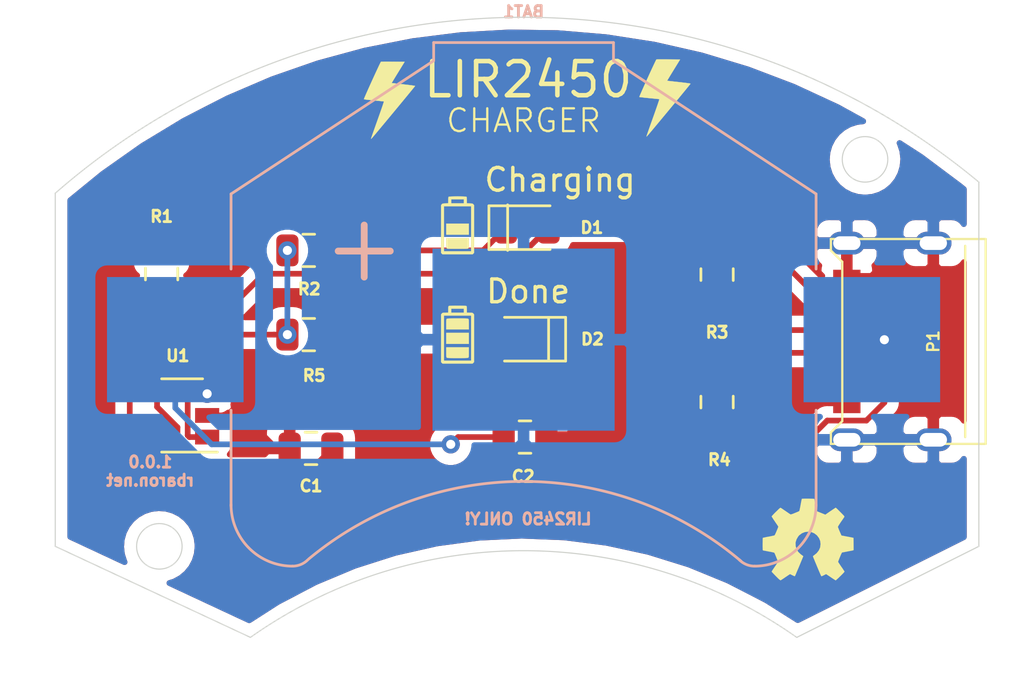
<source format=kicad_pcb>
(kicad_pcb (version 20171130) (host pcbnew "(5.1.2-1)-1")

  (general
    (thickness 1.6)
    (drawings 17)
    (tracks 62)
    (zones 0)
    (modules 17)
    (nets 10)
  )

  (page A4)
  (title_block
    (title lir2450-charger)
    (date 2021-01-25)
    (rev 1.0.0)
    (company rbaron.net)
  )

  (layers
    (0 F.Cu signal)
    (31 B.Cu signal)
    (32 B.Adhes user)
    (33 F.Adhes user)
    (34 B.Paste user)
    (35 F.Paste user)
    (36 B.SilkS user)
    (37 F.SilkS user)
    (38 B.Mask user)
    (39 F.Mask user)
    (40 Dwgs.User user)
    (41 Cmts.User user)
    (42 Eco1.User user)
    (43 Eco2.User user)
    (44 Edge.Cuts user)
    (45 Margin user)
    (46 B.CrtYd user)
    (47 F.CrtYd user)
    (48 B.Fab user)
    (49 F.Fab user)
  )

  (setup
    (last_trace_width 0.25)
    (user_trace_width 0.5)
    (trace_clearance 0.2)
    (zone_clearance 0.508)
    (zone_45_only no)
    (trace_min 0.2)
    (via_size 0.8)
    (via_drill 0.4)
    (via_min_size 0.4)
    (via_min_drill 0.3)
    (uvia_size 0.3)
    (uvia_drill 0.1)
    (uvias_allowed no)
    (uvia_min_size 0.2)
    (uvia_min_drill 0.1)
    (edge_width 0.05)
    (segment_width 0.2)
    (pcb_text_width 0.3)
    (pcb_text_size 1.5 1.5)
    (mod_edge_width 0.12)
    (mod_text_size 1 1)
    (mod_text_width 0.15)
    (pad_size 8 8)
    (pad_drill 0)
    (pad_to_mask_clearance 0.051)
    (solder_mask_min_width 0.25)
    (aux_axis_origin 0 0)
    (visible_elements FFFFFF7F)
    (pcbplotparams
      (layerselection 0x010fc_ffffffff)
      (usegerberextensions false)
      (usegerberattributes false)
      (usegerberadvancedattributes false)
      (creategerberjobfile false)
      (excludeedgelayer true)
      (linewidth 0.100000)
      (plotframeref false)
      (viasonmask false)
      (mode 1)
      (useauxorigin false)
      (hpglpennumber 1)
      (hpglpenspeed 20)
      (hpglpendiameter 15.000000)
      (psnegative false)
      (psa4output false)
      (plotreference true)
      (plotvalue true)
      (plotinvisibletext false)
      (padsonsilk false)
      (subtractmaskfromsilk false)
      (outputformat 1)
      (mirror false)
      (drillshape 1)
      (scaleselection 1)
      (outputdirectory ""))
  )

  (net 0 "")
  (net 1 "Net-(BAT1-PadPos)")
  (net 2 GND)
  (net 3 +5V)
  (net 4 "Net-(D1-Pad1)")
  (net 5 "Net-(P1-PadB5)")
  (net 6 "Net-(P1-PadA5)")
  (net 7 "Net-(R1-Pad1)")
  (net 8 "Net-(R2-Pad2)")
  (net 9 "Net-(D2-Pad2)")

  (net_class Default "This is the default net class."
    (clearance 0.2)
    (trace_width 0.25)
    (via_dia 0.8)
    (via_drill 0.4)
    (uvia_dia 0.3)
    (uvia_drill 0.1)
    (add_net +5V)
    (add_net GND)
    (add_net "Net-(BAT1-PadPos)")
    (add_net "Net-(D1-Pad1)")
    (add_net "Net-(D2-Pad2)")
    (add_net "Net-(P1-PadA5)")
    (add_net "Net-(P1-PadB5)")
    (add_net "Net-(R1-Pad1)")
    (add_net "Net-(R2-Pad2)")
  )

  (module Battery:BatteryHolder_Keystone_3008_1x2450 (layer B.Cu) (tedit 601DCD1A) (tstamp 600F8E53)
    (at 73 44.92 180)
    (descr http://www.keyelco.com/product-pdf.cfm?p=786)
    (tags "Keystone type 3008 coin cell retainer")
    (path /60107539)
    (attr smd)
    (fp_text reference BAT1 (at 0 14.4) (layer B.SilkS)
      (effects (font (size 0.5 0.5) (thickness 0.15)) (justify mirror))
    )
    (fp_text value BS-7 (at 0 -14) (layer B.Fab)
      (effects (font (size 1 1) (thickness 0.15)) (justify mirror))
    )
    (fp_line (start -3.8 12.9) (end 3.8 12.9) (layer B.Fab) (width 0.1))
    (fp_line (start 3.8 12.9) (end 3.8 12.2) (layer B.Fab) (width 0.1))
    (fp_line (start -3.8 12.9) (end -3.8 12.2) (layer B.Fab) (width 0.1))
    (fp_line (start -12.7 6.35) (end -12.7 -7.3) (layer B.Fab) (width 0.1))
    (fp_line (start -3.8 12.2) (end -12.7 6.35) (layer B.Fab) (width 0.1))
    (fp_line (start 12.7 6.35) (end 12.7 -7.3) (layer B.Fab) (width 0.1))
    (fp_line (start 3.8 12.2) (end 12.7 6.35) (layer B.Fab) (width 0.1))
    (fp_line (start -12.85 6.4) (end -12.85 3.1) (layer B.SilkS) (width 0.12))
    (fp_line (start -3.95 12.25) (end -12.85 6.4) (layer B.SilkS) (width 0.12))
    (fp_line (start -3.95 13.05) (end -3.95 12.25) (layer B.SilkS) (width 0.12))
    (fp_line (start -3.95 13.05) (end 3.95 13.05) (layer B.SilkS) (width 0.12))
    (fp_line (start 3.95 13.05) (end 3.95 12.25) (layer B.SilkS) (width 0.12))
    (fp_line (start 3.95 12.25) (end 12.85 6.4) (layer B.SilkS) (width 0.12))
    (fp_line (start 12.85 6.4) (end 12.85 3.1) (layer B.SilkS) (width 0.12))
    (fp_line (start -13.35 6.7) (end -13.35 3.25) (layer B.CrtYd) (width 0.05))
    (fp_line (start -13.35 3.25) (end -18.8 3.25) (layer B.CrtYd) (width 0.05))
    (fp_line (start -13.35 -3.25) (end -13.35 -7.3) (layer B.CrtYd) (width 0.05))
    (fp_line (start -18.8 -3.25) (end -13.35 -3.25) (layer B.CrtYd) (width 0.05))
    (fp_line (start -18.8 3.25) (end -18.8 -3.25) (layer B.CrtYd) (width 0.05))
    (fp_line (start -4.45 12.55) (end -13.35 6.7) (layer B.CrtYd) (width 0.05))
    (fp_line (start 13.35 3.25) (end 18.8 3.25) (layer B.CrtYd) (width 0.05))
    (fp_line (start 18.8 3.25) (end 18.8 -3.25) (layer B.CrtYd) (width 0.05))
    (fp_line (start 18.8 -3.25) (end 13.35 -3.25) (layer B.CrtYd) (width 0.05))
    (fp_line (start 13.35 6.7) (end 13.35 3.25) (layer B.CrtYd) (width 0.05))
    (fp_line (start 4.45 12.55) (end 13.35 6.7) (layer B.CrtYd) (width 0.05))
    (fp_line (start -4.45 13.55) (end -4.45 12.55) (layer B.CrtYd) (width 0.05))
    (fp_line (start -4.45 13.55) (end 4.45 13.55) (layer B.CrtYd) (width 0.05))
    (fp_line (start 4.45 13.55) (end 4.45 12.55) (layer B.CrtYd) (width 0.05))
    (fp_circle (center 0 0) (end 12.25 0) (layer Dwgs.User) (width 0.15))
    (fp_arc (start -10.15 -7.25) (end -10.15 -9.8) (angle -90) (layer B.Fab) (width 0.1))
    (fp_arc (start 10.15 -7.25) (end 10.15 -9.8) (angle 90) (layer B.Fab) (width 0.1))
    (fp_line (start 13.35 -3.25) (end 13.35 -7.3) (layer B.CrtYd) (width 0.05))
    (fp_line (start -12.85 -3.1) (end -12.85 -7.3) (layer B.SilkS) (width 0.12))
    (fp_line (start 12.85 -3.1) (end 12.85 -7.3) (layer B.SilkS) (width 0.12))
    (fp_arc (start 10.15 -7.25) (end 10.15 -9.95) (angle 90) (layer B.SilkS) (width 0.12))
    (fp_arc (start -10.15 -7.25) (end -10.15 -9.95) (angle -90) (layer B.SilkS) (width 0.12))
    (fp_arc (start 0 -21) (end -9.6 -9.58) (angle -80) (layer B.Fab) (width 0.1))
    (fp_arc (start -10.15 -9) (end -10.15 -9.8) (angle 45) (layer B.Fab) (width 0.1))
    (fp_arc (start 10.15 -9) (end 10.15 -9.8) (angle -45) (layer B.Fab) (width 0.1))
    (fp_arc (start -10.15 -9) (end -10.15 -9.95) (angle 45) (layer B.SilkS) (width 0.12))
    (fp_arc (start 10.15 -9) (end 10.15 -9.95) (angle -45) (layer B.SilkS) (width 0.12))
    (fp_arc (start 0 -21) (end -9.55 -9.73) (angle -80) (layer B.SilkS) (width 0.12))
    (fp_arc (start -10.15 -7.25) (end -10.15 -10.45) (angle -90) (layer B.CrtYd) (width 0.05))
    (fp_arc (start 10.15 -7.25) (end 10.15 -10.45) (angle 90) (layer B.CrtYd) (width 0.05))
    (fp_arc (start -10.15 -9) (end -10.15 -10.45) (angle 45) (layer B.CrtYd) (width 0.05))
    (fp_arc (start 10.15 -9) (end 10.15 -10.45) (angle -45) (layer B.CrtYd) (width 0.05))
    (fp_arc (start 0 -21) (end -9.15 -10.05) (angle -3.2) (layer B.CrtYd) (width 0.05))
    (fp_arc (start 0 0) (end 0 -12.8) (angle -41.7) (layer B.CrtYd) (width 0.05))
    (fp_arc (start 0 -21) (end 9.15 -10.05) (angle 3.2) (layer B.CrtYd) (width 0.05))
    (fp_arc (start 0 0) (end 0 -12.8) (angle 41.7) (layer B.CrtYd) (width 0.05))
    (pad Neg smd rect (at 0 0 180) (size 7.999999 7.999999) (layers B.Cu B.Mask)
      (net 2 GND))
    (pad Pos smd rect (at 15.3 0 180) (size 6.000001 5.499999) (layers B.Cu B.Paste B.Mask)
      (net 1 "Net-(BAT1-PadPos)"))
    (pad Pos smd rect (at -15.3 0 180) (size 6.000001 5.499999) (layers B.Cu B.Paste B.Mask)
      (net 1 "Net-(BAT1-PadPos)"))
    (model ${KISYS3DMOD}/Battery.3dshapes/BatteryHolder_Keystone_3008_1x2450.wrl
      (at (xyz 0 0 0))
      (scale (xyz 1 1 1))
      (rotate (xyz 0 0 0))
    )
  )

  (module OSHW-logo:OSHW-logo_silkscreen-back_4mm (layer F.Cu) (tedit 0) (tstamp 6010ECE4)
    (at 85.5 53.7)
    (fp_text reference G*** (at 0 2.1209) (layer F.SilkS) hide
      (effects (font (size 0.18034 0.18034) (thickness 0.03556)))
    )
    (fp_text value OSHW-logo_silkscreen-back_4mm (at 0 -2.1209) (layer F.SilkS) hide
      (effects (font (size 0.18034 0.18034) (thickness 0.03556)))
    )
    (fp_poly (pts (xy 1.21158 1.79578) (xy 1.19126 1.78562) (xy 1.143 1.75514) (xy 1.07696 1.71196)
      (xy 0.99822 1.65862) (xy 0.91948 1.60528) (xy 0.85344 1.5621) (xy 0.80772 1.53162)
      (xy 0.78994 1.52146) (xy 0.77978 1.524) (xy 0.74168 1.54432) (xy 0.6858 1.57226)
      (xy 0.65532 1.5875) (xy 0.60452 1.61036) (xy 0.57912 1.61544) (xy 0.57658 1.60782)
      (xy 0.55626 1.56972) (xy 0.52832 1.50368) (xy 0.49022 1.41732) (xy 0.44704 1.31572)
      (xy 0.40132 1.2065) (xy 0.3556 1.09474) (xy 0.30988 0.98806) (xy 0.27178 0.89154)
      (xy 0.23876 0.81534) (xy 0.21844 0.75946) (xy 0.21082 0.7366) (xy 0.21336 0.73152)
      (xy 0.23876 0.70866) (xy 0.28194 0.67564) (xy 0.37846 0.5969) (xy 0.4699 0.48006)
      (xy 0.52832 0.34798) (xy 0.5461 0.20066) (xy 0.53086 0.06604) (xy 0.47752 -0.0635)
      (xy 0.38608 -0.18288) (xy 0.27432 -0.26924) (xy 0.14478 -0.32512) (xy 0 -0.3429)
      (xy -0.1397 -0.32766) (xy -0.27178 -0.27432) (xy -0.39116 -0.18542) (xy -0.43942 -0.127)
      (xy -0.508 -0.00762) (xy -0.54864 0.11938) (xy -0.55118 0.14986) (xy -0.5461 0.2921)
      (xy -0.50546 0.42672) (xy -0.4318 0.5461) (xy -0.32766 0.64516) (xy -0.31496 0.65532)
      (xy -0.2667 0.69088) (xy -0.23622 0.71374) (xy -0.21082 0.73406) (xy -0.38862 1.16586)
      (xy -0.41656 1.23444) (xy -0.46736 1.35128) (xy -0.51054 1.45288) (xy -0.54356 1.53416)
      (xy -0.56896 1.5875) (xy -0.57912 1.61036) (xy -0.59436 1.6129) (xy -0.62738 1.6002)
      (xy -0.68834 1.57226) (xy -0.72898 1.55194) (xy -0.7747 1.52908) (xy -0.79502 1.52146)
      (xy -0.8128 1.53162) (xy -0.85598 1.55956) (xy -0.91948 1.60274) (xy -0.99568 1.65354)
      (xy -1.06934 1.70434) (xy -1.13792 1.75006) (xy -1.18618 1.78054) (xy -1.21158 1.79324)
      (xy -1.21412 1.79324) (xy -1.23444 1.78054) (xy -1.27508 1.75006) (xy -1.3335 1.69418)
      (xy -1.41478 1.6129) (xy -1.42748 1.6002) (xy -1.49606 1.52908) (xy -1.55194 1.47066)
      (xy -1.59004 1.43002) (xy -1.60274 1.41224) (xy -1.59004 1.38684) (xy -1.55956 1.33858)
      (xy -1.51384 1.27) (xy -1.4605 1.19126) (xy -1.31826 0.98298) (xy -1.397 0.7874)
      (xy -1.41986 0.72898) (xy -1.45034 0.65532) (xy -1.4732 0.60452) (xy -1.4859 0.58166)
      (xy -1.50622 0.57404) (xy -1.55956 0.56134) (xy -1.6383 0.54356) (xy -1.72974 0.52832)
      (xy -1.81864 0.51054) (xy -1.89738 0.4953) (xy -1.9558 0.48514) (xy -1.9812 0.48006)
      (xy -1.98628 0.47498) (xy -1.99136 0.46228) (xy -1.99644 0.43688) (xy -1.99644 0.38862)
      (xy -1.99898 0.31242) (xy -1.99898 0.20066) (xy -1.99898 0.1905) (xy -1.99644 0.08382)
      (xy -1.99644 0) (xy -1.9939 -0.05334) (xy -1.98882 -0.07366) (xy -1.96342 -0.08128)
      (xy -1.90754 -0.09144) (xy -1.8288 -0.10922) (xy -1.73228 -0.127) (xy -1.7272 -0.127)
      (xy -1.63322 -0.14478) (xy -1.55448 -0.16256) (xy -1.4986 -0.17526) (xy -1.47574 -0.18288)
      (xy -1.47066 -0.18796) (xy -1.45034 -0.22606) (xy -1.4224 -0.28448) (xy -1.39192 -0.3556)
      (xy -1.36144 -0.42926) (xy -1.3335 -0.49784) (xy -1.31572 -0.5461) (xy -1.31064 -0.56896)
      (xy -1.32588 -0.59182) (xy -1.3589 -0.64262) (xy -1.40462 -0.70866) (xy -1.4605 -0.78994)
      (xy -1.46304 -0.79756) (xy -1.51892 -0.8763) (xy -1.5621 -0.94488) (xy -1.59258 -0.99314)
      (xy -1.60274 -1.01346) (xy -1.60274 -1.016) (xy -1.58496 -1.03886) (xy -1.54432 -1.08458)
      (xy -1.4859 -1.14554) (xy -1.41478 -1.21666) (xy -1.39192 -1.23698) (xy -1.31572 -1.31318)
      (xy -1.26238 -1.36398) (xy -1.22682 -1.38938) (xy -1.21158 -1.397) (xy -1.21158 -1.39446)
      (xy -1.18618 -1.38176) (xy -1.13538 -1.34874) (xy -1.0668 -1.30048) (xy -0.98552 -1.24714)
      (xy -0.98044 -1.24206) (xy -0.9017 -1.18872) (xy -0.83566 -1.143) (xy -0.7874 -1.11252)
      (xy -0.76708 -1.09982) (xy -0.762 -1.09982) (xy -0.73152 -1.10998) (xy -0.6731 -1.12776)
      (xy -0.60452 -1.1557) (xy -0.53086 -1.18618) (xy -0.46228 -1.21412) (xy -0.41148 -1.23698)
      (xy -0.38862 -1.24968) (xy -0.38862 -1.25222) (xy -0.37846 -1.28016) (xy -0.36576 -1.34112)
      (xy -0.34798 -1.4224) (xy -0.3302 -1.52146) (xy -0.32766 -1.5367) (xy -0.30988 -1.63068)
      (xy -0.29464 -1.70942) (xy -0.28194 -1.7653) (xy -0.27686 -1.78816) (xy -0.26416 -1.7907)
      (xy -0.2159 -1.79324) (xy -0.14478 -1.79578) (xy -0.05842 -1.79578) (xy 0.03048 -1.79578)
      (xy 0.11684 -1.79324) (xy 0.19304 -1.7907) (xy 0.24638 -1.78816) (xy 0.26924 -1.78308)
      (xy 0.27178 -1.78054) (xy 0.2794 -1.7526) (xy 0.2921 -1.69164) (xy 0.30988 -1.61036)
      (xy 0.32766 -1.5113) (xy 0.3302 -1.49352) (xy 0.34798 -1.39954) (xy 0.36576 -1.3208)
      (xy 0.37592 -1.26746) (xy 0.38354 -1.24714) (xy 0.39116 -1.24206) (xy 0.42926 -1.22428)
      (xy 0.49276 -1.19888) (xy 0.57404 -1.16586) (xy 0.75692 -1.0922) (xy 0.98044 -1.24714)
      (xy 1.00076 -1.25984) (xy 1.08204 -1.31572) (xy 1.14808 -1.3589) (xy 1.1938 -1.38938)
      (xy 1.21412 -1.39954) (xy 1.23698 -1.37922) (xy 1.2827 -1.33858) (xy 1.34366 -1.27762)
      (xy 1.41224 -1.20904) (xy 1.46558 -1.1557) (xy 1.52654 -1.0922) (xy 1.56718 -1.05156)
      (xy 1.5875 -1.02362) (xy 1.59512 -1.00584) (xy 1.59258 -0.99568) (xy 1.57988 -0.97282)
      (xy 1.54686 -0.92456) (xy 1.50114 -0.85598) (xy 1.44526 -0.77724) (xy 1.39954 -0.70866)
      (xy 1.35128 -0.635) (xy 1.3208 -0.58166) (xy 1.3081 -0.55372) (xy 1.31064 -0.54356)
      (xy 1.32842 -0.50038) (xy 1.35382 -0.4318) (xy 1.38684 -0.35306) (xy 1.46558 -0.17526)
      (xy 1.58242 -0.15494) (xy 1.65354 -0.1397) (xy 1.7526 -0.12192) (xy 1.84658 -0.10414)
      (xy 1.9939 -0.07366) (xy 1.99898 0.46482) (xy 1.97612 0.47498) (xy 1.95326 0.4826)
      (xy 1.89992 0.49276) (xy 1.82118 0.508) (xy 1.72974 0.52578) (xy 1.651 0.54102)
      (xy 1.57226 0.55626) (xy 1.51638 0.56642) (xy 1.49098 0.5715) (xy 1.48336 0.58166)
      (xy 1.46304 0.61976) (xy 1.4351 0.68072) (xy 1.40462 0.75438) (xy 1.37414 0.82804)
      (xy 1.3462 0.89916) (xy 1.32588 0.9525) (xy 1.31826 0.98044) (xy 1.32842 1.00076)
      (xy 1.3589 1.04648) (xy 1.40208 1.11252) (xy 1.45542 1.19126) (xy 1.5113 1.27)
      (xy 1.55448 1.33858) (xy 1.5875 1.38684) (xy 1.6002 1.40716) (xy 1.59258 1.4224)
      (xy 1.5621 1.4605) (xy 1.50368 1.52146) (xy 1.41478 1.61036) (xy 1.39954 1.62306)
      (xy 1.33096 1.69164) (xy 1.27 1.74498) (xy 1.22936 1.78308) (xy 1.21158 1.79578)) (layer F.SilkS) (width 0.00254))
  )

  (module assets:spark (layer F.Cu) (tedit 0) (tstamp 6010E3D1)
    (at 79.2 34.3)
    (fp_text reference G*** (at 0 0) (layer F.SilkS) hide
      (effects (font (size 1.524 1.524) (thickness 0.3)))
    )
    (fp_text value LOGO (at 0.75 0) (layer F.SilkS) hide
      (effects (font (size 1.524 1.524) (thickness 0.3)))
    )
    (fp_poly (pts (xy -0.008247 -1.690475) (xy 0.117031 -1.68974) (xy 0.164115 -1.689355) (xy 0.675013 -1.684867)
      (xy 0.388806 -1.220112) (xy 0.319643 -1.107534) (xy 0.256726 -1.004607) (xy 0.202123 -0.914753)
      (xy 0.1579 -0.841394) (xy 0.126125 -0.787954) (xy 0.108865 -0.757854) (xy 0.106332 -0.752425)
      (xy 0.123442 -0.749926) (xy 0.170095 -0.744253) (xy 0.242167 -0.735879) (xy 0.335531 -0.725274)
      (xy 0.446062 -0.71291) (xy 0.569634 -0.699257) (xy 0.622299 -0.693486) (xy 0.749782 -0.679115)
      (xy 0.865689 -0.665219) (xy 0.965932 -0.652355) (xy 1.046421 -0.641078) (xy 1.103068 -0.631944)
      (xy 1.131783 -0.625511) (xy 1.134533 -0.623793) (xy 1.124001 -0.609209) (xy 1.09367 -0.570908)
      (xy 1.045436 -0.511176) (xy 0.981194 -0.432303) (xy 0.902839 -0.336574) (xy 0.812269 -0.226279)
      (xy 0.711378 -0.103705) (xy 0.602062 0.028862) (xy 0.486216 0.169132) (xy 0.365738 0.314818)
      (xy 0.242522 0.463633) (xy 0.118464 0.61329) (xy -0.00454 0.761499) (xy -0.124594 0.905974)
      (xy -0.239803 1.044427) (xy -0.348271 1.174571) (xy -0.448101 1.294117) (xy -0.5374 1.400779)
      (xy -0.614269 1.492267) (xy -0.676815 1.566295) (xy -0.723141 1.620576) (xy -0.751351 1.65282)
      (xy -0.757564 1.659466) (xy -0.799919 1.7018) (xy -0.789978 1.659466) (xy -0.782415 1.635424)
      (xy -0.764559 1.582785) (xy -0.737558 1.504825) (xy -0.702566 1.404823) (xy -0.660733 1.286055)
      (xy -0.613209 1.151798) (xy -0.561146 1.005328) (xy -0.505696 0.849924) (xy -0.501504 0.8382)
      (xy -0.446585 0.683911) (xy -0.39571 0.539613) (xy -0.349927 0.408376) (xy -0.310283 0.29327)
      (xy -0.277826 0.197364) (xy -0.253605 0.12373) (xy -0.238667 0.075436) (xy -0.234059 0.055553)
      (xy -0.234253 0.055221) (xy -0.253525 0.052574) (xy -0.301883 0.047234) (xy -0.37469 0.039675)
      (xy -0.467315 0.030369) (xy -0.575123 0.019792) (xy -0.674338 0.01024) (xy -0.791276 -0.001268)
      (xy -0.896856 -0.012314) (xy -0.98646 -0.022364) (xy -1.055469 -0.03088) (xy -1.099265 -0.037325)
      (xy -1.113201 -0.040756) (xy -1.108483 -0.057705) (xy -1.091017 -0.10188) (xy -1.062378 -0.169821)
      (xy -1.024142 -0.258064) (xy -0.977883 -0.363148) (xy -0.925178 -0.481612) (xy -0.867602 -0.609993)
      (xy -0.806731 -0.744829) (xy -0.744139 -0.88266) (xy -0.681403 -1.020022) (xy -0.620097 -1.153454)
      (xy -0.561798 -1.279495) (xy -0.50808 -1.394683) (xy -0.46052 -1.495554) (xy -0.420693 -1.578649)
      (xy -0.390173 -1.640505) (xy -0.370537 -1.67766) (xy -0.363892 -1.687237) (xy -0.343239 -1.688749)
      (xy -0.293035 -1.689847) (xy -0.217593 -1.690512) (xy -0.121226 -1.690727) (xy -0.008247 -1.690475)) (layer F.SilkS) (width 0.01))
  )

  (module assets:spark (layer F.Cu) (tedit 0) (tstamp 6010E14B)
    (at 67.1 34.4)
    (fp_text reference G*** (at 0 0) (layer F.SilkS) hide
      (effects (font (size 1.524 1.524) (thickness 0.3)))
    )
    (fp_text value LOGO (at 0.75 0) (layer F.SilkS) hide
      (effects (font (size 1.524 1.524) (thickness 0.3)))
    )
    (fp_poly (pts (xy -0.008247 -1.690475) (xy 0.117031 -1.68974) (xy 0.164115 -1.689355) (xy 0.675013 -1.684867)
      (xy 0.388806 -1.220112) (xy 0.319643 -1.107534) (xy 0.256726 -1.004607) (xy 0.202123 -0.914753)
      (xy 0.1579 -0.841394) (xy 0.126125 -0.787954) (xy 0.108865 -0.757854) (xy 0.106332 -0.752425)
      (xy 0.123442 -0.749926) (xy 0.170095 -0.744253) (xy 0.242167 -0.735879) (xy 0.335531 -0.725274)
      (xy 0.446062 -0.71291) (xy 0.569634 -0.699257) (xy 0.622299 -0.693486) (xy 0.749782 -0.679115)
      (xy 0.865689 -0.665219) (xy 0.965932 -0.652355) (xy 1.046421 -0.641078) (xy 1.103068 -0.631944)
      (xy 1.131783 -0.625511) (xy 1.134533 -0.623793) (xy 1.124001 -0.609209) (xy 1.09367 -0.570908)
      (xy 1.045436 -0.511176) (xy 0.981194 -0.432303) (xy 0.902839 -0.336574) (xy 0.812269 -0.226279)
      (xy 0.711378 -0.103705) (xy 0.602062 0.028862) (xy 0.486216 0.169132) (xy 0.365738 0.314818)
      (xy 0.242522 0.463633) (xy 0.118464 0.61329) (xy -0.00454 0.761499) (xy -0.124594 0.905974)
      (xy -0.239803 1.044427) (xy -0.348271 1.174571) (xy -0.448101 1.294117) (xy -0.5374 1.400779)
      (xy -0.614269 1.492267) (xy -0.676815 1.566295) (xy -0.723141 1.620576) (xy -0.751351 1.65282)
      (xy -0.757564 1.659466) (xy -0.799919 1.7018) (xy -0.789978 1.659466) (xy -0.782415 1.635424)
      (xy -0.764559 1.582785) (xy -0.737558 1.504825) (xy -0.702566 1.404823) (xy -0.660733 1.286055)
      (xy -0.613209 1.151798) (xy -0.561146 1.005328) (xy -0.505696 0.849924) (xy -0.501504 0.8382)
      (xy -0.446585 0.683911) (xy -0.39571 0.539613) (xy -0.349927 0.408376) (xy -0.310283 0.29327)
      (xy -0.277826 0.197364) (xy -0.253605 0.12373) (xy -0.238667 0.075436) (xy -0.234059 0.055553)
      (xy -0.234253 0.055221) (xy -0.253525 0.052574) (xy -0.301883 0.047234) (xy -0.37469 0.039675)
      (xy -0.467315 0.030369) (xy -0.575123 0.019792) (xy -0.674338 0.01024) (xy -0.791276 -0.001268)
      (xy -0.896856 -0.012314) (xy -0.98646 -0.022364) (xy -1.055469 -0.03088) (xy -1.099265 -0.037325)
      (xy -1.113201 -0.040756) (xy -1.108483 -0.057705) (xy -1.091017 -0.10188) (xy -1.062378 -0.169821)
      (xy -1.024142 -0.258064) (xy -0.977883 -0.363148) (xy -0.925178 -0.481612) (xy -0.867602 -0.609993)
      (xy -0.806731 -0.744829) (xy -0.744139 -0.88266) (xy -0.681403 -1.020022) (xy -0.620097 -1.153454)
      (xy -0.561798 -1.279495) (xy -0.50808 -1.394683) (xy -0.46052 -1.495554) (xy -0.420693 -1.578649)
      (xy -0.390173 -1.640505) (xy -0.370537 -1.67766) (xy -0.363892 -1.687237) (xy -0.343239 -1.688749)
      (xy -0.293035 -1.689847) (xy -0.217593 -1.690512) (xy -0.121226 -1.690727) (xy -0.008247 -1.690475)) (layer F.SilkS) (width 0.01))
  )

  (module assets:battery-half (layer F.Cu) (tedit 0) (tstamp 6010DE88)
    (at 70.1 39.9 90)
    (fp_text reference G*** (at 0 0 90) (layer F.SilkS) hide
      (effects (font (size 1.524 1.524) (thickness 0.3)))
    )
    (fp_text value LOGO (at 0.75 0 90) (layer F.SilkS) hide
      (effects (font (size 1.524 1.524) (thickness 0.3)))
    )
    (fp_poly (pts (xy 0.0762 0.4953) (xy -0.4064 0.4953) (xy -0.4064 -0.4953) (xy 0.0762 -0.4953)
      (xy 0.0762 0.4953)) (layer F.SilkS) (width 0.01))
    (fp_poly (pts (xy -0.5588 -0.4953) (xy -0.5588 0.4953) (xy -0.772732 0.4953) (xy -0.852222 0.495046)
      (xy -0.910215 0.494028) (xy -0.950615 0.49186) (xy -0.977322 0.488157) (xy -0.994238 0.482532)
      (xy -1.005264 0.4746) (xy -1.007682 0.472074) (xy -1.013282 0.4637) (xy -1.017802 0.450532)
      (xy -1.021356 0.430025) (xy -1.024056 0.399632) (xy -1.026016 0.35681) (xy -1.027347 0.299012)
      (xy -1.028163 0.223693) (xy -1.028576 0.128308) (xy -1.0287 0.010312) (xy -1.0287 -0.002207)
      (xy -1.028629 -0.121604) (xy -1.028329 -0.218168) (xy -1.027675 -0.294466) (xy -1.026541 -0.353066)
      (xy -1.0248 -0.396536) (xy -1.022327 -0.427441) (xy -1.018993 -0.44835) (xy -1.014675 -0.461829)
      (xy -1.009244 -0.470446) (xy -1.005475 -0.474282) (xy -0.99323 -0.482226) (xy -0.974201 -0.487932)
      (xy -0.944522 -0.491745) (xy -0.900328 -0.494013) (xy -0.837754 -0.495079) (xy -0.770525 -0.495301)
      (xy -0.5588 -0.4953)) (layer F.SilkS) (width 0.01))
    (fp_poly (pts (xy 0.923216 -0.69327) (xy 0.93948 -0.677894) (xy 0.9501 -0.661546) (xy 0.95654 -0.638424)
      (xy 0.96026 -0.602723) (xy 0.962724 -0.54864) (xy 0.963215 -0.53452) (xy 0.96758 -0.406401)
      (xy 1.10355 -0.406401) (xy 1.176413 -0.404849) (xy 1.226509 -0.400272) (xy 1.252698 -0.392783)
      (xy 1.25476 -0.39116) (xy 1.259391 -0.3741) (xy 1.263252 -0.335551) (xy 1.266342 -0.279416)
      (xy 1.268661 -0.209594) (xy 1.270209 -0.129987) (xy 1.270986 -0.044495) (xy 1.270993 0.042982)
      (xy 1.270229 0.128541) (xy 1.268694 0.208284) (xy 1.266388 0.278309) (xy 1.263312 0.334715)
      (xy 1.259465 0.373602) (xy 1.254846 0.391069) (xy 1.25476 0.391159) (xy 1.232925 0.399152)
      (xy 1.186983 0.404254) (xy 1.118071 0.40635) (xy 1.10355 0.4064) (xy 0.96758 0.4064)
      (xy 0.963215 0.534519) (xy 0.960828 0.593162) (xy 0.95749 0.632215) (xy 0.951738 0.657479)
      (xy 0.94211 0.67476) (xy 0.927142 0.689859) (xy 0.923216 0.693269) (xy 0.887583 0.7239)
      (xy -1.207655 0.7239) (xy -1.238828 0.692727) (xy -1.27 0.661554) (xy -1.27 -0.5969)
      (xy -1.143 -0.5969) (xy -1.143 0.5969) (xy 0.8382 0.5969) (xy 0.8382 -0.2794)
      (xy 0.9652 -0.2794) (xy 0.9652 0.2794) (xy 1.143 0.2794) (xy 1.143 -0.2794)
      (xy 0.9652 -0.2794) (xy 0.8382 -0.2794) (xy 0.8382 -0.5969) (xy -1.143 -0.5969)
      (xy -1.27 -0.5969) (xy -1.27 -0.661555) (xy -1.238828 -0.692728) (xy -1.207655 -0.7239)
      (xy 0.887583 -0.7239) (xy 0.923216 -0.69327)) (layer F.SilkS) (width 0.01))
  )

  (module assets:battery-full (layer F.Cu) (tedit 0) (tstamp 6010DCCA)
    (at 70.1 44.7 90)
    (fp_text reference G*** (at 0 0 90) (layer F.SilkS) hide
      (effects (font (size 1.524 1.524) (thickness 0.3)))
    )
    (fp_text value LOGO (at 0.75 0 90) (layer F.SilkS) hide
      (effects (font (size 1.524 1.524) (thickness 0.3)))
    )
    (fp_poly (pts (xy 0.532668 -0.494956) (xy 0.593636 -0.49372) (xy 0.63648 -0.491294) (xy 0.664838 -0.487377)
      (xy 0.682343 -0.481667) (xy 0.691242 -0.475343) (xy 0.696563 -0.467421) (xy 0.700863 -0.453726)
      (xy 0.704249 -0.431775) (xy 0.706824 -0.399084) (xy 0.708693 -0.353166) (xy 0.70996 -0.291539)
      (xy 0.71073 -0.211717) (xy 0.711108 -0.111216) (xy 0.7112 -0.001062) (xy 0.711129 0.118804)
      (xy 0.710832 0.215826) (xy 0.710186 0.292564) (xy 0.709064 0.351572) (xy 0.707343 0.39541)
      (xy 0.704896 0.426634) (xy 0.701599 0.447801) (xy 0.697327 0.461468) (xy 0.691956 0.470193)
      (xy 0.687974 0.474281) (xy 0.675927 0.482116) (xy 0.657212 0.487776) (xy 0.628027 0.491593)
      (xy 0.58457 0.493899) (xy 0.523039 0.495023) (xy 0.446674 0.4953) (xy 0.2286 0.4953)
      (xy 0.2286 -0.4953) (xy 0.449942 -0.4953) (xy 0.532668 -0.494956)) (layer F.SilkS) (width 0.01))
    (fp_poly (pts (xy 0.0762 0.4953) (xy -0.4064 0.4953) (xy -0.4064 -0.4953) (xy 0.0762 -0.4953)
      (xy 0.0762 0.4953)) (layer F.SilkS) (width 0.01))
    (fp_poly (pts (xy -0.5588 -0.4953) (xy -0.5588 0.4953) (xy -0.772732 0.4953) (xy -0.852222 0.495046)
      (xy -0.910215 0.494028) (xy -0.950615 0.49186) (xy -0.977322 0.488157) (xy -0.994238 0.482532)
      (xy -1.005264 0.4746) (xy -1.007682 0.472074) (xy -1.013276 0.46371) (xy -1.017793 0.450555)
      (xy -1.021345 0.430068) (xy -1.024045 0.399706) (xy -1.026006 0.356929) (xy -1.027339 0.299192)
      (xy -1.028158 0.223956) (xy -1.028574 0.128676) (xy -1.0287 0.010812) (xy -1.0287 -0.003268)
      (xy -1.028585 -0.124184) (xy -1.02817 -0.222191) (xy -1.027349 -0.299781) (xy -1.026016 -0.359445)
      (xy -1.024068 -0.403673) (xy -1.021398 -0.434957) (xy -1.0179 -0.455787) (xy -1.013471 -0.468654)
      (xy -1.008743 -0.475343) (xy -0.99731 -0.482874) (xy -0.97792 -0.488303) (xy -0.946881 -0.491944)
      (xy -0.900504 -0.494111) (xy -0.835097 -0.495118) (xy -0.773793 -0.495301) (xy -0.5588 -0.4953)) (layer F.SilkS) (width 0.01))
    (fp_poly (pts (xy 0.923216 -0.69327) (xy 0.93948 -0.677894) (xy 0.9501 -0.661546) (xy 0.95654 -0.638424)
      (xy 0.96026 -0.602723) (xy 0.962724 -0.54864) (xy 0.963215 -0.53452) (xy 0.96758 -0.406401)
      (xy 1.10355 -0.406401) (xy 1.176413 -0.404849) (xy 1.226509 -0.400272) (xy 1.252698 -0.392783)
      (xy 1.25476 -0.39116) (xy 1.259391 -0.3741) (xy 1.263252 -0.335551) (xy 1.266342 -0.279416)
      (xy 1.268661 -0.209594) (xy 1.270209 -0.129987) (xy 1.270986 -0.044495) (xy 1.270993 0.042982)
      (xy 1.270229 0.128541) (xy 1.268694 0.208284) (xy 1.266388 0.278309) (xy 1.263312 0.334715)
      (xy 1.259465 0.373602) (xy 1.254846 0.391069) (xy 1.25476 0.391159) (xy 1.232925 0.399152)
      (xy 1.186983 0.404254) (xy 1.118071 0.40635) (xy 1.10355 0.4064) (xy 0.96758 0.4064)
      (xy 0.963215 0.534519) (xy 0.960828 0.593162) (xy 0.95749 0.632215) (xy 0.951738 0.657479)
      (xy 0.94211 0.67476) (xy 0.927142 0.689859) (xy 0.923216 0.693269) (xy 0.887583 0.7239)
      (xy -1.207655 0.7239) (xy -1.238828 0.692727) (xy -1.27 0.661554) (xy -1.27 -0.5969)
      (xy -1.143 -0.5969) (xy -1.143 0.5969) (xy 0.8382 0.5969) (xy 0.8382 -0.2794)
      (xy 0.9652 -0.2794) (xy 0.9652 0.2794) (xy 1.143 0.2794) (xy 1.143 -0.2794)
      (xy 0.9652 -0.2794) (xy 0.8382 -0.2794) (xy 0.8382 -0.5969) (xy -1.143 -0.5969)
      (xy -1.27 -0.5969) (xy -1.27 -0.661555) (xy -1.238828 -0.692728) (xy -1.207655 -0.7239)
      (xy 0.887583 -0.7239) (xy 0.923216 -0.69327)) (layer F.SilkS) (width 0.01))
  )

  (module Resistor_SMD:R_0805_2012Metric (layer F.Cu) (tedit 5B36C52B) (tstamp 6010C07E)
    (at 63.5625 44.7)
    (descr "Resistor SMD 0805 (2012 Metric), square (rectangular) end terminal, IPC_7351 nominal, (Body size source: https://docs.google.com/spreadsheets/d/1BsfQQcO9C6DZCsRaXUlFlo91Tg2WpOkGARC1WS5S8t0/edit?usp=sharing), generated with kicad-footprint-generator")
    (tags resistor)
    (path /601054D3)
    (attr smd)
    (fp_text reference R5 (at 0.2375 1.8) (layer F.SilkS)
      (effects (font (size 0.5 0.5) (thickness 0.15)))
    )
    (fp_text value 220 (at 0 1.65) (layer F.Fab)
      (effects (font (size 1 1) (thickness 0.15)))
    )
    (fp_text user %R (at 0 0) (layer F.Fab)
      (effects (font (size 0.5 0.5) (thickness 0.08)))
    )
    (fp_line (start 1.68 0.95) (end -1.68 0.95) (layer F.CrtYd) (width 0.05))
    (fp_line (start 1.68 -0.95) (end 1.68 0.95) (layer F.CrtYd) (width 0.05))
    (fp_line (start -1.68 -0.95) (end 1.68 -0.95) (layer F.CrtYd) (width 0.05))
    (fp_line (start -1.68 0.95) (end -1.68 -0.95) (layer F.CrtYd) (width 0.05))
    (fp_line (start -0.258578 0.71) (end 0.258578 0.71) (layer F.SilkS) (width 0.12))
    (fp_line (start -0.258578 -0.71) (end 0.258578 -0.71) (layer F.SilkS) (width 0.12))
    (fp_line (start 1 0.6) (end -1 0.6) (layer F.Fab) (width 0.1))
    (fp_line (start 1 -0.6) (end 1 0.6) (layer F.Fab) (width 0.1))
    (fp_line (start -1 -0.6) (end 1 -0.6) (layer F.Fab) (width 0.1))
    (fp_line (start -1 0.6) (end -1 -0.6) (layer F.Fab) (width 0.1))
    (pad 2 smd roundrect (at 0.9375 0) (size 0.975 1.4) (layers F.Cu F.Paste F.Mask) (roundrect_rratio 0.25)
      (net 9 "Net-(D2-Pad2)"))
    (pad 1 smd roundrect (at -0.9375 0) (size 0.975 1.4) (layers F.Cu F.Paste F.Mask) (roundrect_rratio 0.25)
      (net 8 "Net-(R2-Pad2)"))
    (model ${KISYS3DMOD}/Resistor_SMD.3dshapes/R_0805_2012Metric.wrl
      (at (xyz 0 0 0))
      (scale (xyz 1 1 1))
      (rotate (xyz 0 0 0))
    )
  )

  (module LED_SMD:LED_0805_2012Metric (layer F.Cu) (tedit 5B36C52C) (tstamp 6010B895)
    (at 73.1625 44.9 180)
    (descr "LED SMD 0805 (2012 Metric), square (rectangular) end terminal, IPC_7351 nominal, (Body size source: https://docs.google.com/spreadsheets/d/1BsfQQcO9C6DZCsRaXUlFlo91Tg2WpOkGARC1WS5S8t0/edit?usp=sharing), generated with kicad-footprint-generator")
    (tags diode)
    (path /60105912)
    (attr smd)
    (fp_text reference D2 (at -2.8625 0) (layer F.SilkS)
      (effects (font (size 0.5 0.5) (thickness 0.125)))
    )
    (fp_text value "Green LED" (at 0 1.65) (layer F.Fab)
      (effects (font (size 1 1) (thickness 0.15)))
    )
    (fp_text user %R (at 0 0) (layer F.Fab)
      (effects (font (size 0.5 0.5) (thickness 0.08)))
    )
    (fp_line (start 1.68 0.95) (end -1.68 0.95) (layer F.CrtYd) (width 0.05))
    (fp_line (start 1.68 -0.95) (end 1.68 0.95) (layer F.CrtYd) (width 0.05))
    (fp_line (start -1.68 -0.95) (end 1.68 -0.95) (layer F.CrtYd) (width 0.05))
    (fp_line (start -1.68 0.95) (end -1.68 -0.95) (layer F.CrtYd) (width 0.05))
    (fp_line (start -1.685 0.96) (end 1 0.96) (layer F.SilkS) (width 0.12))
    (fp_line (start -1.685 -0.96) (end -1.685 0.96) (layer F.SilkS) (width 0.12))
    (fp_line (start 1 -0.96) (end -1.685 -0.96) (layer F.SilkS) (width 0.12))
    (fp_line (start 1 0.6) (end 1 -0.6) (layer F.Fab) (width 0.1))
    (fp_line (start -1 0.6) (end 1 0.6) (layer F.Fab) (width 0.1))
    (fp_line (start -1 -0.3) (end -1 0.6) (layer F.Fab) (width 0.1))
    (fp_line (start -0.7 -0.6) (end -1 -0.3) (layer F.Fab) (width 0.1))
    (fp_line (start 1 -0.6) (end -0.7 -0.6) (layer F.Fab) (width 0.1))
    (pad 2 smd roundrect (at 0.9375 0 180) (size 0.975 1.4) (layers F.Cu F.Paste F.Mask) (roundrect_rratio 0.25)
      (net 9 "Net-(D2-Pad2)"))
    (pad 1 smd roundrect (at -0.9375 0 180) (size 0.975 1.4) (layers F.Cu F.Paste F.Mask) (roundrect_rratio 0.25)
      (net 2 GND))
    (model ${KISYS3DMOD}/LED_SMD.3dshapes/LED_0805_2012Metric.wrl
      (at (xyz 0 0 0))
      (scale (xyz 1 1 1))
      (rotate (xyz 0 0 0))
    )
  )

  (module USB-C-Power-tester:TYPE-C-31-M-17 (layer F.Cu) (tedit 600ECE66) (tstamp 600F6D1D)
    (at 91 45 90)
    (descr "Korean Hroparts Elec, Power only USB connector supporting up to 3A")
    (path /6011278E)
    (attr smd)
    (fp_text reference P1 (at 0 0 90) (layer F.SilkS)
      (effects (font (size 0.5 0.5) (thickness 0.1)))
    )
    (fp_text value USB_C_Plug_USB2.0 (at 0 -5.5 90) (layer F.Fab)
      (effects (font (size 0.8 0.8) (thickness 0.1)))
    )
    (fp_line (start 4.2 1.4) (end -4.2 1.4) (layer F.SilkS) (width 0.1))
    (fp_line (start 4 -4.5) (end 4.5 -4.5) (layer F.SilkS) (width 0.1))
    (fp_line (start 3.5 -4) (end 4 -4.5) (layer F.SilkS) (width 0.1))
    (fp_line (start -3.5 -4) (end 3.5 -4) (layer F.SilkS) (width 0.1))
    (fp_line (start -4 -4.5) (end -3.5 -4) (layer F.SilkS) (width 0.1))
    (fp_line (start -4.5 -4.5) (end -4 -4.5) (layer F.SilkS) (width 0.1))
    (fp_line (start 4.5 2.3) (end -4.5 2.3) (layer F.SilkS) (width 0.1))
    (fp_line (start 4.5 -4.5) (end 4.5 2.3) (layer F.SilkS) (width 0.1))
    (fp_line (start -4.5 -4.5) (end -4.5 2.3) (layer F.SilkS) (width 0.1))
    (pad A12 smd rect (at 2.75 -3.8 90) (size 0.8 1.2) (layers F.Cu F.Paste F.Mask)
      (net 2 GND))
    (pad A9 smd rect (at 1.52 -3.8 90) (size 0.8 1.2) (layers F.Cu F.Paste F.Mask)
      (net 3 +5V))
    (pad B5 smd rect (at 0.5 -3.8 90) (size 0.8 1.2) (layers F.Cu F.Paste F.Mask)
      (net 5 "Net-(P1-PadB5)"))
    (pad A5 smd rect (at -0.5 -3.8 90) (size 0.8 1.2) (layers F.Cu F.Paste F.Mask)
      (net 6 "Net-(P1-PadA5)"))
    (pad B9 smd rect (at -1.52 -3.8 90) (size 0.8 1.2) (layers F.Cu F.Paste F.Mask)
      (net 3 +5V))
    (pad B12 smd rect (at -2.75 -3.8 90) (size 0.8 1.2) (layers F.Cu F.Paste F.Mask)
      (net 2 GND))
    (pad S1 thru_hole roundrect (at -4.32 -3.8 90) (size 1 1.6) (drill oval 0.6 1.2) (layers *.Cu *.Mask) (roundrect_rratio 0.5)
      (net 2 GND))
    (pad S1 thru_hole roundrect (at 4.32 -3.8 90) (size 1 1.6) (drill oval 0.6 1.2) (layers *.Cu *.Mask) (roundrect_rratio 0.5)
      (net 2 GND))
    (pad S1 thru_hole roundrect (at 4.32 0 90) (size 1 1.6) (drill oval 0.6 1.2) (layers *.Cu *.Mask) (roundrect_rratio 0.5)
      (net 2 GND))
    (pad S1 thru_hole roundrect (at -4.32 0 90) (size 1 1.6) (drill oval 0.6 1.2) (layers *.Cu *.Mask) (roundrect_rratio 0.5)
      (net 2 GND))
  )

  (module Package_TO_SOT_SMD:SOT-23-5 (layer F.Cu) (tedit 5A02FF57) (tstamp 6010BA4A)
    (at 58 48.25 180)
    (descr "5-pin SOT23 package")
    (tags SOT-23-5)
    (path /600FD00D)
    (attr smd)
    (fp_text reference U1 (at 0.19 2.62) (layer F.SilkS)
      (effects (font (size 0.5 0.5) (thickness 0.125)))
    )
    (fp_text value MCP73831-2-OT (at 0 2.9) (layer F.Fab)
      (effects (font (size 1 1) (thickness 0.15)))
    )
    (fp_line (start 0.9 -1.55) (end 0.9 1.55) (layer F.Fab) (width 0.1))
    (fp_line (start 0.9 1.55) (end -0.9 1.55) (layer F.Fab) (width 0.1))
    (fp_line (start -0.9 -0.9) (end -0.9 1.55) (layer F.Fab) (width 0.1))
    (fp_line (start 0.9 -1.55) (end -0.25 -1.55) (layer F.Fab) (width 0.1))
    (fp_line (start -0.9 -0.9) (end -0.25 -1.55) (layer F.Fab) (width 0.1))
    (fp_line (start -1.9 1.8) (end -1.9 -1.8) (layer F.CrtYd) (width 0.05))
    (fp_line (start 1.9 1.8) (end -1.9 1.8) (layer F.CrtYd) (width 0.05))
    (fp_line (start 1.9 -1.8) (end 1.9 1.8) (layer F.CrtYd) (width 0.05))
    (fp_line (start -1.9 -1.8) (end 1.9 -1.8) (layer F.CrtYd) (width 0.05))
    (fp_line (start 0.9 -1.61) (end -1.55 -1.61) (layer F.SilkS) (width 0.12))
    (fp_line (start -0.9 1.61) (end 0.9 1.61) (layer F.SilkS) (width 0.12))
    (fp_text user %R (at 0 0 90) (layer F.Fab)
      (effects (font (size 0.5 0.5) (thickness 0.075)))
    )
    (pad 5 smd rect (at 1.1 -0.95 180) (size 1.06 0.65) (layers F.Cu F.Paste F.Mask)
      (net 7 "Net-(R1-Pad1)"))
    (pad 4 smd rect (at 1.1 0.95 180) (size 1.06 0.65) (layers F.Cu F.Paste F.Mask)
      (net 3 +5V))
    (pad 3 smd rect (at -1.1 0.95 180) (size 1.06 0.65) (layers F.Cu F.Paste F.Mask)
      (net 1 "Net-(BAT1-PadPos)"))
    (pad 2 smd rect (at -1.1 0 180) (size 1.06 0.65) (layers F.Cu F.Paste F.Mask)
      (net 2 GND))
    (pad 1 smd rect (at -1.1 -0.95 180) (size 1.06 0.65) (layers F.Cu F.Paste F.Mask)
      (net 8 "Net-(R2-Pad2)"))
    (model ${KISYS3DMOD}/Package_TO_SOT_SMD.3dshapes/SOT-23-5.wrl
      (at (xyz 0 0 0))
      (scale (xyz 1 1 1))
      (rotate (xyz 0 0 0))
    )
  )

  (module Resistor_SMD:R_0805_2012Metric (layer F.Cu) (tedit 5B36C52B) (tstamp 600F776A)
    (at 81.5 47.6625 270)
    (descr "Resistor SMD 0805 (2012 Metric), square (rectangular) end terminal, IPC_7351 nominal, (Body size source: https://docs.google.com/spreadsheets/d/1BsfQQcO9C6DZCsRaXUlFlo91Tg2WpOkGARC1WS5S8t0/edit?usp=sharing), generated with kicad-footprint-generator")
    (tags resistor)
    (path /6013432F)
    (attr smd)
    (fp_text reference R4 (at 2.5375 -0.1 180) (layer F.SilkS)
      (effects (font (size 0.5 0.5) (thickness 0.125)))
    )
    (fp_text value 5.1k (at 0 1.65 90) (layer F.Fab)
      (effects (font (size 1 1) (thickness 0.15)))
    )
    (fp_text user %R (at 0 0 90) (layer F.Fab)
      (effects (font (size 0.5 0.5) (thickness 0.08)))
    )
    (fp_line (start 1.68 0.95) (end -1.68 0.95) (layer F.CrtYd) (width 0.05))
    (fp_line (start 1.68 -0.95) (end 1.68 0.95) (layer F.CrtYd) (width 0.05))
    (fp_line (start -1.68 -0.95) (end 1.68 -0.95) (layer F.CrtYd) (width 0.05))
    (fp_line (start -1.68 0.95) (end -1.68 -0.95) (layer F.CrtYd) (width 0.05))
    (fp_line (start -0.258578 0.71) (end 0.258578 0.71) (layer F.SilkS) (width 0.12))
    (fp_line (start -0.258578 -0.71) (end 0.258578 -0.71) (layer F.SilkS) (width 0.12))
    (fp_line (start 1 0.6) (end -1 0.6) (layer F.Fab) (width 0.1))
    (fp_line (start 1 -0.6) (end 1 0.6) (layer F.Fab) (width 0.1))
    (fp_line (start -1 -0.6) (end 1 -0.6) (layer F.Fab) (width 0.1))
    (fp_line (start -1 0.6) (end -1 -0.6) (layer F.Fab) (width 0.1))
    (pad 2 smd roundrect (at 0.9375 0 270) (size 0.975 1.4) (layers F.Cu F.Paste F.Mask) (roundrect_rratio 0.25)
      (net 2 GND))
    (pad 1 smd roundrect (at -0.9375 0 270) (size 0.975 1.4) (layers F.Cu F.Paste F.Mask) (roundrect_rratio 0.25)
      (net 6 "Net-(P1-PadA5)"))
    (model ${KISYS3DMOD}/Resistor_SMD.3dshapes/R_0805_2012Metric.wrl
      (at (xyz 0 0 0))
      (scale (xyz 1 1 1))
      (rotate (xyz 0 0 0))
    )
  )

  (module Resistor_SMD:R_0805_2012Metric (layer F.Cu) (tedit 5B36C52B) (tstamp 6010C153)
    (at 81.5 42.0625 90)
    (descr "Resistor SMD 0805 (2012 Metric), square (rectangular) end terminal, IPC_7351 nominal, (Body size source: https://docs.google.com/spreadsheets/d/1BsfQQcO9C6DZCsRaXUlFlo91Tg2WpOkGARC1WS5S8t0/edit?usp=sharing), generated with kicad-footprint-generator")
    (tags resistor)
    (path /60130CC7)
    (attr smd)
    (fp_text reference R3 (at -2.5375 0 180) (layer F.SilkS)
      (effects (font (size 0.5 0.5) (thickness 0.125)))
    )
    (fp_text value 5.1k (at -0.18 -1.6425 90) (layer F.Fab)
      (effects (font (size 1 1) (thickness 0.15)))
    )
    (fp_text user %R (at 0 0 90) (layer F.Fab)
      (effects (font (size 0.5 0.5) (thickness 0.08)))
    )
    (fp_line (start 1.68 0.95) (end -1.68 0.95) (layer F.CrtYd) (width 0.05))
    (fp_line (start 1.68 -0.95) (end 1.68 0.95) (layer F.CrtYd) (width 0.05))
    (fp_line (start -1.68 -0.95) (end 1.68 -0.95) (layer F.CrtYd) (width 0.05))
    (fp_line (start -1.68 0.95) (end -1.68 -0.95) (layer F.CrtYd) (width 0.05))
    (fp_line (start -0.258578 0.71) (end 0.258578 0.71) (layer F.SilkS) (width 0.12))
    (fp_line (start -0.258578 -0.71) (end 0.258578 -0.71) (layer F.SilkS) (width 0.12))
    (fp_line (start 1 0.6) (end -1 0.6) (layer F.Fab) (width 0.1))
    (fp_line (start 1 -0.6) (end 1 0.6) (layer F.Fab) (width 0.1))
    (fp_line (start -1 -0.6) (end 1 -0.6) (layer F.Fab) (width 0.1))
    (fp_line (start -1 0.6) (end -1 -0.6) (layer F.Fab) (width 0.1))
    (pad 2 smd roundrect (at 0.9375 0 90) (size 0.975 1.4) (layers F.Cu F.Paste F.Mask) (roundrect_rratio 0.25)
      (net 2 GND))
    (pad 1 smd roundrect (at -0.9375 0 90) (size 0.975 1.4) (layers F.Cu F.Paste F.Mask) (roundrect_rratio 0.25)
      (net 5 "Net-(P1-PadB5)"))
    (model ${KISYS3DMOD}/Resistor_SMD.3dshapes/R_0805_2012Metric.wrl
      (at (xyz 0 0 0))
      (scale (xyz 1 1 1))
      (rotate (xyz 0 0 0))
    )
  )

  (module Resistor_SMD:R_0805_2012Metric (layer F.Cu) (tedit 5B36C52B) (tstamp 6010C0AE)
    (at 63.5625 41 180)
    (descr "Resistor SMD 0805 (2012 Metric), square (rectangular) end terminal, IPC_7351 nominal, (Body size source: https://docs.google.com/spreadsheets/d/1BsfQQcO9C6DZCsRaXUlFlo91Tg2WpOkGARC1WS5S8t0/edit?usp=sharing), generated with kicad-footprint-generator")
    (tags resistor)
    (path /601058FD)
    (attr smd)
    (fp_text reference R2 (at -0.0225 -1.7) (layer F.SilkS)
      (effects (font (size 0.5 0.5) (thickness 0.125)))
    )
    (fp_text value 220 (at 0 1.65) (layer F.Fab)
      (effects (font (size 1 1) (thickness 0.15)))
    )
    (fp_text user %R (at 0 0) (layer F.Fab)
      (effects (font (size 0.5 0.5) (thickness 0.08)))
    )
    (fp_line (start 1.68 0.95) (end -1.68 0.95) (layer F.CrtYd) (width 0.05))
    (fp_line (start 1.68 -0.95) (end 1.68 0.95) (layer F.CrtYd) (width 0.05))
    (fp_line (start -1.68 -0.95) (end 1.68 -0.95) (layer F.CrtYd) (width 0.05))
    (fp_line (start -1.68 0.95) (end -1.68 -0.95) (layer F.CrtYd) (width 0.05))
    (fp_line (start -0.258578 0.71) (end 0.258578 0.71) (layer F.SilkS) (width 0.12))
    (fp_line (start -0.258578 -0.71) (end 0.258578 -0.71) (layer F.SilkS) (width 0.12))
    (fp_line (start 1 0.6) (end -1 0.6) (layer F.Fab) (width 0.1))
    (fp_line (start 1 -0.6) (end 1 0.6) (layer F.Fab) (width 0.1))
    (fp_line (start -1 -0.6) (end 1 -0.6) (layer F.Fab) (width 0.1))
    (fp_line (start -1 0.6) (end -1 -0.6) (layer F.Fab) (width 0.1))
    (pad 2 smd roundrect (at 0.9375 0 180) (size 0.975 1.4) (layers F.Cu F.Paste F.Mask) (roundrect_rratio 0.25)
      (net 8 "Net-(R2-Pad2)"))
    (pad 1 smd roundrect (at -0.9375 0 180) (size 0.975 1.4) (layers F.Cu F.Paste F.Mask) (roundrect_rratio 0.25)
      (net 4 "Net-(D1-Pad1)"))
    (model ${KISYS3DMOD}/Resistor_SMD.3dshapes/R_0805_2012Metric.wrl
      (at (xyz 0 0 0))
      (scale (xyz 1 1 1))
      (rotate (xyz 0 0 0))
    )
  )

  (module Resistor_SMD:R_0805_2012Metric (layer F.Cu) (tedit 5B36C52B) (tstamp 6010BD54)
    (at 57.1 42.0375 90)
    (descr "Resistor SMD 0805 (2012 Metric), square (rectangular) end terminal, IPC_7351 nominal, (Body size source: https://docs.google.com/spreadsheets/d/1BsfQQcO9C6DZCsRaXUlFlo91Tg2WpOkGARC1WS5S8t0/edit?usp=sharing), generated with kicad-footprint-generator")
    (tags resistor)
    (path /60100627)
    (attr smd)
    (fp_text reference R1 (at 2.5275 0 180) (layer F.SilkS)
      (effects (font (size 0.5 0.5) (thickness 0.125)))
    )
    (fp_text value 22k (at 0 1.65 90) (layer F.Fab)
      (effects (font (size 1 1) (thickness 0.15)))
    )
    (fp_text user %R (at 0 0 90) (layer F.Fab)
      (effects (font (size 0.5 0.5) (thickness 0.08)))
    )
    (fp_line (start 1.68 0.95) (end -1.68 0.95) (layer F.CrtYd) (width 0.05))
    (fp_line (start 1.68 -0.95) (end 1.68 0.95) (layer F.CrtYd) (width 0.05))
    (fp_line (start -1.68 -0.95) (end 1.68 -0.95) (layer F.CrtYd) (width 0.05))
    (fp_line (start -1.68 0.95) (end -1.68 -0.95) (layer F.CrtYd) (width 0.05))
    (fp_line (start -0.258578 0.71) (end 0.258578 0.71) (layer F.SilkS) (width 0.12))
    (fp_line (start -0.258578 -0.71) (end 0.258578 -0.71) (layer F.SilkS) (width 0.12))
    (fp_line (start 1 0.6) (end -1 0.6) (layer F.Fab) (width 0.1))
    (fp_line (start 1 -0.6) (end 1 0.6) (layer F.Fab) (width 0.1))
    (fp_line (start -1 -0.6) (end 1 -0.6) (layer F.Fab) (width 0.1))
    (fp_line (start -1 0.6) (end -1 -0.6) (layer F.Fab) (width 0.1))
    (pad 2 smd roundrect (at 0.9375 0 90) (size 0.975 1.4) (layers F.Cu F.Paste F.Mask) (roundrect_rratio 0.25)
      (net 2 GND))
    (pad 1 smd roundrect (at -0.9375 0 90) (size 0.975 1.4) (layers F.Cu F.Paste F.Mask) (roundrect_rratio 0.25)
      (net 7 "Net-(R1-Pad1)"))
    (model ${KISYS3DMOD}/Resistor_SMD.3dshapes/R_0805_2012Metric.wrl
      (at (xyz 0 0 0))
      (scale (xyz 1 1 1))
      (rotate (xyz 0 0 0))
    )
  )

  (module LED_SMD:LED_0805_2012Metric (layer F.Cu) (tedit 5B36C52C) (tstamp 6010B8FB)
    (at 73.1625 40)
    (descr "LED SMD 0805 (2012 Metric), square (rectangular) end terminal, IPC_7351 nominal, (Body size source: https://docs.google.com/spreadsheets/d/1BsfQQcO9C6DZCsRaXUlFlo91Tg2WpOkGARC1WS5S8t0/edit?usp=sharing), generated with kicad-footprint-generator")
    (tags diode)
    (path /60104457)
    (attr smd)
    (fp_text reference D1 (at 2.8375 0 180) (layer F.SilkS)
      (effects (font (size 0.5 0.5) (thickness 0.125)))
    )
    (fp_text value "Red LED" (at 0 1.65) (layer F.Fab)
      (effects (font (size 1 1) (thickness 0.15)))
    )
    (fp_text user %R (at 0 0) (layer F.Fab)
      (effects (font (size 0.5 0.5) (thickness 0.08)))
    )
    (fp_line (start 1.68 0.95) (end -1.68 0.95) (layer F.CrtYd) (width 0.05))
    (fp_line (start 1.68 -0.95) (end 1.68 0.95) (layer F.CrtYd) (width 0.05))
    (fp_line (start -1.68 -0.95) (end 1.68 -0.95) (layer F.CrtYd) (width 0.05))
    (fp_line (start -1.68 0.95) (end -1.68 -0.95) (layer F.CrtYd) (width 0.05))
    (fp_line (start -1.685 0.96) (end 1 0.96) (layer F.SilkS) (width 0.12))
    (fp_line (start -1.685 -0.96) (end -1.685 0.96) (layer F.SilkS) (width 0.12))
    (fp_line (start 1 -0.96) (end -1.685 -0.96) (layer F.SilkS) (width 0.12))
    (fp_line (start 1 0.6) (end 1 -0.6) (layer F.Fab) (width 0.1))
    (fp_line (start -1 0.6) (end 1 0.6) (layer F.Fab) (width 0.1))
    (fp_line (start -1 -0.3) (end -1 0.6) (layer F.Fab) (width 0.1))
    (fp_line (start -0.7 -0.6) (end -1 -0.3) (layer F.Fab) (width 0.1))
    (fp_line (start 1 -0.6) (end -0.7 -0.6) (layer F.Fab) (width 0.1))
    (pad 2 smd roundrect (at 0.9375 0) (size 0.975 1.4) (layers F.Cu F.Paste F.Mask) (roundrect_rratio 0.25)
      (net 3 +5V))
    (pad 1 smd roundrect (at -0.9375 0) (size 0.975 1.4) (layers F.Cu F.Paste F.Mask) (roundrect_rratio 0.25)
      (net 4 "Net-(D1-Pad1)"))
    (model ${KISYS3DMOD}/LED_SMD.3dshapes/LED_0805_2012Metric.wrl
      (at (xyz 0 0 0))
      (scale (xyz 1 1 1))
      (rotate (xyz 0 0 0))
    )
  )

  (module Capacitor_SMD:C_0805_2012Metric (layer F.Cu) (tedit 5B36C52B) (tstamp 6010AD12)
    (at 73.0625 49.2)
    (descr "Capacitor SMD 0805 (2012 Metric), square (rectangular) end terminal, IPC_7351 nominal, (Body size source: https://docs.google.com/spreadsheets/d/1BsfQQcO9C6DZCsRaXUlFlo91Tg2WpOkGARC1WS5S8t0/edit?usp=sharing), generated with kicad-footprint-generator")
    (tags capacitor)
    (path /6010E363)
    (attr smd)
    (fp_text reference C2 (at -0.0775 1.73) (layer F.SilkS)
      (effects (font (size 0.5 0.5) (thickness 0.125)))
    )
    (fp_text value 4.7u (at 0 1.65) (layer F.Fab)
      (effects (font (size 1 1) (thickness 0.15)))
    )
    (fp_text user %R (at 0 0) (layer F.Fab)
      (effects (font (size 0.5 0.5) (thickness 0.08)))
    )
    (fp_line (start 1.68 0.95) (end -1.68 0.95) (layer F.CrtYd) (width 0.05))
    (fp_line (start 1.68 -0.95) (end 1.68 0.95) (layer F.CrtYd) (width 0.05))
    (fp_line (start -1.68 -0.95) (end 1.68 -0.95) (layer F.CrtYd) (width 0.05))
    (fp_line (start -1.68 0.95) (end -1.68 -0.95) (layer F.CrtYd) (width 0.05))
    (fp_line (start -0.258578 0.71) (end 0.258578 0.71) (layer F.SilkS) (width 0.12))
    (fp_line (start -0.258578 -0.71) (end 0.258578 -0.71) (layer F.SilkS) (width 0.12))
    (fp_line (start 1 0.6) (end -1 0.6) (layer F.Fab) (width 0.1))
    (fp_line (start 1 -0.6) (end 1 0.6) (layer F.Fab) (width 0.1))
    (fp_line (start -1 -0.6) (end 1 -0.6) (layer F.Fab) (width 0.1))
    (fp_line (start -1 0.6) (end -1 -0.6) (layer F.Fab) (width 0.1))
    (pad 2 smd roundrect (at 0.9375 0) (size 0.975 1.4) (layers F.Cu F.Paste F.Mask) (roundrect_rratio 0.25)
      (net 2 GND))
    (pad 1 smd roundrect (at -0.9375 0) (size 0.975 1.4) (layers F.Cu F.Paste F.Mask) (roundrect_rratio 0.25)
      (net 1 "Net-(BAT1-PadPos)"))
    (model ${KISYS3DMOD}/Capacitor_SMD.3dshapes/C_0805_2012Metric.wrl
      (at (xyz 0 0 0))
      (scale (xyz 1 1 1))
      (rotate (xyz 0 0 0))
    )
  )

  (module Capacitor_SMD:C_0805_2012Metric (layer F.Cu) (tedit 5B36C52B) (tstamp 600F7E25)
    (at 63.6625 49.7 180)
    (descr "Capacitor SMD 0805 (2012 Metric), square (rectangular) end terminal, IPC_7351 nominal, (Body size source: https://docs.google.com/spreadsheets/d/1BsfQQcO9C6DZCsRaXUlFlo91Tg2WpOkGARC1WS5S8t0/edit?usp=sharing), generated with kicad-footprint-generator")
    (tags capacitor)
    (path /60109054)
    (attr smd)
    (fp_text reference C1 (at 0 -1.65) (layer F.SilkS)
      (effects (font (size 0.5 0.5) (thickness 0.15)))
    )
    (fp_text value 4.7u (at 0 1.65) (layer F.Fab)
      (effects (font (size 1 1) (thickness 0.15)))
    )
    (fp_text user %R (at 0 0) (layer F.Fab)
      (effects (font (size 0.5 0.5) (thickness 0.08)))
    )
    (fp_line (start 1.68 0.95) (end -1.68 0.95) (layer F.CrtYd) (width 0.05))
    (fp_line (start 1.68 -0.95) (end 1.68 0.95) (layer F.CrtYd) (width 0.05))
    (fp_line (start -1.68 -0.95) (end 1.68 -0.95) (layer F.CrtYd) (width 0.05))
    (fp_line (start -1.68 0.95) (end -1.68 -0.95) (layer F.CrtYd) (width 0.05))
    (fp_line (start -0.258578 0.71) (end 0.258578 0.71) (layer F.SilkS) (width 0.12))
    (fp_line (start -0.258578 -0.71) (end 0.258578 -0.71) (layer F.SilkS) (width 0.12))
    (fp_line (start 1 0.6) (end -1 0.6) (layer F.Fab) (width 0.1))
    (fp_line (start 1 -0.6) (end 1 0.6) (layer F.Fab) (width 0.1))
    (fp_line (start -1 -0.6) (end 1 -0.6) (layer F.Fab) (width 0.1))
    (fp_line (start -1 0.6) (end -1 -0.6) (layer F.Fab) (width 0.1))
    (pad 2 smd roundrect (at 0.9375 0 180) (size 0.975 1.4) (layers F.Cu F.Paste F.Mask) (roundrect_rratio 0.25)
      (net 2 GND))
    (pad 1 smd roundrect (at -0.9375 0 180) (size 0.975 1.4) (layers F.Cu F.Paste F.Mask) (roundrect_rratio 0.25)
      (net 3 +5V))
    (model ${KISYS3DMOD}/Capacitor_SMD.3dshapes/C_0805_2012Metric.wrl
      (at (xyz 0 0 0))
      (scale (xyz 1 1 1))
      (rotate (xyz 0 0 0))
    )
  )

  (gr_line (start 72.3 39) (end 72.3 41) (layer F.SilkS) (width 0.12))
  (gr_line (start 74.1 44) (end 74.1 45.8) (layer F.SilkS) (width 0.12))
  (gr_circle (center 57 54) (end 58 54) (layer Edge.Cuts) (width 0.05) (tstamp 6010F340))
  (gr_circle (center 88 37) (end 89 37) (layer Edge.Cuts) (width 0.05))
  (gr_text "1.0.0\nrbaron.net" (at 56.6 50.7) (layer B.SilkS)
    (effects (font (size 0.5 0.5) (thickness 0.125)) (justify mirror))
  )
  (gr_text "LIR2450 ONLY!" (at 73.2 52.8) (layer B.SilkS)
    (effects (font (size 0.5 0.5) (thickness 0.125)) (justify mirror))
  )
  (gr_text CHARGER (at 73 35.3) (layer F.SilkS)
    (effects (font (size 1 1) (thickness 0.1)))
  )
  (gr_text Done (at 73.2 42.8) (layer F.SilkS) (tstamp 6010B1B4)
    (effects (font (size 1 1) (thickness 0.15)))
  )
  (gr_text + (at 66 40.8) (layer B.SilkS) (tstamp 6010C0CF)
    (effects (font (size 3 3) (thickness 0.3)) (justify mirror))
  )
  (gr_text LIR2450 (at 73.2 33.5) (layer F.SilkS) (tstamp 6010E2E7)
    (effects (font (size 1.5 1.5) (thickness 0.2)))
  )
  (gr_text Charging (at 74.6 37.9) (layer F.SilkS) (tstamp 600FA3DF)
    (effects (font (size 1 1) (thickness 0.15)))
  )
  (gr_line (start 52.427659 54) (end 61.000001 58.000001) (layer Edge.Cuts) (width 0.05) (tstamp 600F89E9))
  (gr_line (start 52.427659 38.488754) (end 52.427659 54) (layer Edge.Cuts) (width 0.05))
  (gr_line (start 84.999999 58.000001) (end 93 54) (layer Edge.Cuts) (width 0.05) (tstamp 600F8628))
  (gr_arc (start 73 75) (end 84.999999 58.000001) (angle -70.43518594) (layer Edge.Cuts) (width 0.05))
  (gr_arc (start 73 62) (end 92.999999 38.000001) (angle -80.99149626) (layer Edge.Cuts) (width 0.05))
  (gr_line (start 93 38) (end 93 54) (layer Edge.Cuts) (width 0.05))

  (via (at 69.8 49.520002) (size 0.8) (drill 0.4) (layers F.Cu B.Cu) (net 1))
  (segment (start 70.120002 49.2) (end 69.8 49.520002) (width 0.25) (layer F.Cu) (net 1))
  (segment (start 72.125 49.2) (end 70.120002 49.2) (width 0.25) (layer F.Cu) (net 1))
  (segment (start 57.7 47.919999) (end 57.7 44.92) (width 0.25) (layer B.Cu) (net 1))
  (segment (start 59.300003 49.520002) (end 57.7 47.919999) (width 0.25) (layer B.Cu) (net 1))
  (segment (start 69.8 49.520002) (end 59.300003 49.520002) (width 0.25) (layer B.Cu) (net 1))
  (segment (start 86.339999 48.475001) (end 88.060001 48.475001) (width 0.25) (layer F.Cu) (net 1))
  (segment (start 72.125 49.2) (end 73.15001 50.22501) (width 0.25) (layer F.Cu) (net 1))
  (segment (start 84.58999 50.22501) (end 86.339999 48.475001) (width 0.25) (layer F.Cu) (net 1))
  (via (at 88.850001 44.92398) (size 0.8) (drill 0.4) (layers F.Cu B.Cu) (net 1))
  (segment (start 88.850001 47.685001) (end 88.850001 44.92398) (width 0.25) (layer F.Cu) (net 1))
  (segment (start 88.060001 48.475001) (end 88.850001 47.685001) (width 0.25) (layer F.Cu) (net 1))
  (segment (start 73.15001 50.22501) (end 84.58999 50.22501) (width 0.25) (layer F.Cu) (net 1))
  (via (at 59.1 47.3) (size 0.8) (drill 0.4) (layers F.Cu B.Cu) (net 1))
  (segment (start 59.88 48.25) (end 59.1 48.25) (width 0.25) (layer F.Cu) (net 2))
  (segment (start 60.6875 48.25) (end 59.88 48.25) (width 0.25) (layer F.Cu) (net 2))
  (segment (start 62.1375 49.7) (end 60.6875 48.25) (width 0.25) (layer F.Cu) (net 2))
  (segment (start 62.725 49.7) (end 62.1375 49.7) (width 0.25) (layer F.Cu) (net 2))
  (segment (start 88.125001 46.444999) (end 88.05 46.52) (width 0.25) (layer F.Cu) (net 3))
  (segment (start 88.05 43.48) (end 88.125001 43.555001) (width 0.25) (layer F.Cu) (net 3))
  (segment (start 88.125001 43.555001) (end 88.125001 46.444999) (width 0.25) (layer F.Cu) (net 3))
  (segment (start 87.2 43.48) (end 88.05 43.48) (width 0.25) (layer F.Cu) (net 3))
  (segment (start 74.6875 40) (end 74.1 40) (width 0.25) (layer F.Cu) (net 3))
  (segment (start 82.87 40) (end 74.6875 40) (width 0.25) (layer F.Cu) (net 3))
  (segment (start 86.35 43.48) (end 82.87 40) (width 0.25) (layer F.Cu) (net 3))
  (segment (start 87.2 43.48) (end 86.35 43.48) (width 0.25) (layer F.Cu) (net 3))
  (segment (start 88.05 46.52) (end 87.2 46.52) (width 0.25) (layer F.Cu) (net 3))
  (segment (start 72.07499 42.02501) (end 73.543763 40.556237) (width 0.25) (layer F.Cu) (net 3))
  (segment (start 61.59999 42.02501) (end 72.07499 42.02501) (width 0.25) (layer F.Cu) (net 3))
  (segment (start 56.9 46.725) (end 61.59999 42.02501) (width 0.25) (layer F.Cu) (net 3))
  (segment (start 73.543763 40.556237) (end 74.1 40) (width 0.25) (layer F.Cu) (net 3))
  (segment (start 56.9 47.3) (end 56.9 46.725) (width 0.25) (layer F.Cu) (net 3))
  (segment (start 64.043763 50.256237) (end 64.6 49.7) (width 0.25) (layer F.Cu) (net 3))
  (segment (start 63.57499 50.72501) (end 64.043763 50.256237) (width 0.25) (layer F.Cu) (net 3))
  (segment (start 59.2086 50.72501) (end 63.57499 50.72501) (width 0.25) (layer F.Cu) (net 3))
  (segment (start 57.79499 49.3114) (end 59.2086 50.72501) (width 0.25) (layer F.Cu) (net 3))
  (segment (start 57.794989 48.769989) (end 57.79499 49.3114) (width 0.25) (layer F.Cu) (net 3))
  (segment (start 56.9 47.875) (end 57.794989 48.769989) (width 0.25) (layer F.Cu) (net 3))
  (segment (start 56.9 47.3) (end 56.9 47.875) (width 0.25) (layer F.Cu) (net 3))
  (segment (start 71.225 41) (end 72.225 40) (width 0.25) (layer F.Cu) (net 4))
  (segment (start 64.5 41) (end 71.225 41) (width 0.25) (layer F.Cu) (net 4))
  (segment (start 83 44.5) (end 81.5 43) (width 0.25) (layer F.Cu) (net 5))
  (segment (start 87.2 44.5) (end 83 44.5) (width 0.25) (layer F.Cu) (net 5))
  (segment (start 82.725 45.5) (end 81.5 46.725) (width 0.25) (layer F.Cu) (net 6))
  (segment (start 87.2 45.5) (end 82.725 45.5) (width 0.25) (layer F.Cu) (net 6))
  (segment (start 55.7 48.4) (end 55.895 48.4) (width 0.25) (layer F.Cu) (net 7))
  (segment (start 55.7 46.4) (end 55.7 48.4) (width 0.25) (layer F.Cu) (net 7))
  (segment (start 56.695 49.2) (end 56.9 49.2) (width 0.25) (layer F.Cu) (net 7))
  (segment (start 55.895 48.4) (end 56.695 49.2) (width 0.25) (layer F.Cu) (net 7))
  (segment (start 57.1 45) (end 55.7 46.4) (width 0.25) (layer F.Cu) (net 7))
  (segment (start 57.1 42.975) (end 57.1 45) (width 0.25) (layer F.Cu) (net 7))
  (segment (start 62.0375 44.7) (end 62.625 44.7) (width 0.25) (layer F.Cu) (net 8))
  (segment (start 60.259998 44.7) (end 62.0375 44.7) (width 0.25) (layer F.Cu) (net 8))
  (segment (start 58.244999 46.714999) (end 60.259998 44.7) (width 0.25) (layer F.Cu) (net 8))
  (segment (start 58.244999 49.124999) (end 58.244999 46.714999) (width 0.25) (layer F.Cu) (net 8))
  (segment (start 58.32 49.2) (end 58.244999 49.124999) (width 0.25) (layer F.Cu) (net 8))
  (segment (start 59.1 49.2) (end 58.32 49.2) (width 0.25) (layer F.Cu) (net 8))
  (via (at 62.625 44.7) (size 0.8) (drill 0.4) (layers F.Cu B.Cu) (net 8))
  (via (at 62.625 41) (size 0.8) (drill 0.4) (layers F.Cu B.Cu) (net 8))
  (segment (start 62.625 41) (end 62.625 44.7) (width 0.25) (layer B.Cu) (net 8))
  (segment (start 64.7 44.9) (end 64.5 44.7) (width 0.25) (layer F.Cu) (net 9))
  (segment (start 72.225 44.9) (end 64.7 44.9) (width 0.25) (layer F.Cu) (net 9))

  (zone (net 2) (net_name GND) (layer F.Cu) (tstamp 0) (hatch edge 0.508)
    (connect_pads (clearance 0.508))
    (min_thickness 0.254)
    (fill yes (arc_segments 32) (thermal_gap 0.508) (thermal_bridge_width 0.508))
    (polygon
      (pts
        (xy 50 30) (xy 50 60) (xy 95 60) (xy 95 30)
      )
    )
    (filled_polygon
      (pts
        (xy 74.501348 31.456281) (xy 76.628325 31.635415) (xy 78.737607 31.96248) (xy 80.81895 32.435886) (xy 82.862192 33.053325)
        (xy 84.857381 33.811788) (xy 86.794815 34.707586) (xy 87.918791 35.325856) (xy 87.639245 35.359191) (xy 87.327414 35.460511)
        (xy 87.041201 35.620469) (xy 86.791509 35.832974) (xy 86.587848 36.08993) (xy 86.437976 36.381551) (xy 86.3476 36.696728)
        (xy 86.320164 37.023456) (xy 86.356712 37.349292) (xy 86.455853 37.661822) (xy 86.613809 37.949145) (xy 86.824566 38.200314)
        (xy 87.080094 38.405764) (xy 87.370661 38.557669) (xy 87.685199 38.650243) (xy 88.011729 38.679959) (xy 88.337811 38.645686)
        (xy 88.651026 38.54873) (xy 88.939444 38.392783) (xy 89.192079 38.183785) (xy 89.399308 37.929698) (xy 89.553237 37.640198)
        (xy 89.648005 37.326314) (xy 89.68 37) (xy 89.679345 36.953092) (xy 89.638251 36.627799) (xy 89.534756 36.316682)
        (xy 89.517243 36.285854) (xy 90.458928 36.893056) (xy 92.174709 38.177281) (xy 92.34 38.312618) (xy 92.34 39.84321)
        (xy 92.330537 39.825506) (xy 92.251185 39.728815) (xy 92.154494 39.649463) (xy 92.04418 39.590498) (xy 91.924482 39.554188)
        (xy 91.8 39.541928) (xy 91.28575 39.545) (xy 91.127 39.70375) (xy 91.127 40.553) (xy 91.147 40.553)
        (xy 91.147 40.807) (xy 91.127 40.807) (xy 91.127 41.65625) (xy 91.28575 41.815) (xy 91.8 41.818072)
        (xy 91.924482 41.805812) (xy 92.04418 41.769502) (xy 92.154494 41.710537) (xy 92.251185 41.631185) (xy 92.330537 41.534494)
        (xy 92.34 41.51679) (xy 92.340001 48.483211) (xy 92.330537 48.465506) (xy 92.251185 48.368815) (xy 92.154494 48.289463)
        (xy 92.04418 48.230498) (xy 91.924482 48.194188) (xy 91.8 48.181928) (xy 91.28575 48.185) (xy 91.127 48.34375)
        (xy 91.127 49.193) (xy 91.147 49.193) (xy 91.147 49.447) (xy 91.127 49.447) (xy 91.127 50.29625)
        (xy 91.28575 50.455) (xy 91.8 50.458072) (xy 91.924482 50.445812) (xy 92.04418 50.409502) (xy 92.154494 50.350537)
        (xy 92.251185 50.271185) (xy 92.330537 50.174494) (xy 92.340001 50.156789) (xy 92.340001 53.592097) (xy 85.045622 57.239288)
        (xy 83.68833 56.381826) (xy 83.688314 56.381815) (xy 83.654707 56.362582) (xy 83.638342 56.353216) (xy 83.638332 56.353212)
        (xy 82.024987 55.521131) (xy 82.02496 55.521116) (xy 81.986754 55.503478) (xy 81.972684 55.496981) (xy 81.972672 55.496977)
        (xy 80.29294 54.80867) (xy 80.292921 54.808661) (xy 80.258922 54.796433) (xy 80.238741 54.789174) (xy 80.23872 54.789168)
        (xy 78.505399 54.249883) (xy 78.505378 54.249876) (xy 78.477542 54.242531) (xy 78.449706 54.235185) (xy 78.449684 54.235181)
        (xy 76.675958 53.849017) (xy 76.675936 53.849011) (xy 76.649817 53.844508) (xy 76.619196 53.839228) (xy 76.61917 53.839226)
        (xy 74.81854 53.609122) (xy 74.818518 53.609118) (xy 74.788577 53.606614) (xy 74.76114 53.604318) (xy 74.761118 53.604318)
        (xy 72.947283 53.532024) (xy 72.94726 53.532022) (xy 72.889682 53.532241) (xy 71.076403 53.618312) (xy 71.026226 53.622894)
        (xy 71.019064 53.623548) (xy 69.220185 53.867328) (xy 69.163521 53.877541) (xy 69.163499 53.877547) (xy 67.392762 54.277171)
        (xy 67.392735 54.277176) (xy 67.337177 54.29229) (xy 65.60796 54.844739) (xy 65.55393 54.864637) (xy 63.879442 55.565694)
        (xy 63.827352 55.590225) (xy 63.827344 55.59023) (xy 62.220346 56.434551) (xy 62.220336 56.434556) (xy 62.202024 56.445222)
        (xy 62.170583 56.463534) (xy 62.170567 56.463545) (xy 60.949378 57.248064) (xy 57.444541 55.612648) (xy 57.651026 55.54873)
        (xy 57.939444 55.392783) (xy 58.192079 55.183785) (xy 58.399308 54.929698) (xy 58.553237 54.640198) (xy 58.648005 54.326314)
        (xy 58.68 54) (xy 58.679345 53.953092) (xy 58.638251 53.627799) (xy 58.534756 53.316682) (xy 58.372803 53.031594)
        (xy 58.158561 52.783391) (xy 57.900189 52.581529) (xy 57.607529 52.433696) (xy 57.291729 52.345523) (xy 56.964817 52.320368)
        (xy 56.639245 52.359191) (xy 56.327414 52.460511) (xy 56.041201 52.620469) (xy 55.791509 52.832974) (xy 55.587848 53.08993)
        (xy 55.437976 53.381551) (xy 55.3476 53.696728) (xy 55.320164 54.023456) (xy 55.356712 54.349292) (xy 55.455853 54.661822)
        (xy 55.472764 54.692583) (xy 53.087659 53.579652) (xy 53.087659 48.4) (xy 54.936323 48.4) (xy 54.950997 48.548986)
        (xy 54.994454 48.692247) (xy 55.065026 48.824276) (xy 55.159999 48.940001) (xy 55.275724 49.034974) (xy 55.407753 49.105546)
        (xy 55.551014 49.149003) (xy 55.571189 49.15099) (xy 55.731928 49.311729) (xy 55.731928 49.525) (xy 55.744188 49.649482)
        (xy 55.780498 49.76918) (xy 55.839463 49.879494) (xy 55.918815 49.976185) (xy 56.015506 50.055537) (xy 56.12582 50.114502)
        (xy 56.245518 50.150812) (xy 56.37 50.163072) (xy 57.43 50.163072) (xy 57.554482 50.150812) (xy 57.558409 50.149621)
        (xy 58.644805 51.236018) (xy 58.668599 51.265011) (xy 58.697592 51.288805) (xy 58.697596 51.288809) (xy 58.768285 51.346821)
        (xy 58.784324 51.359984) (xy 58.916353 51.430556) (xy 59.059614 51.474013) (xy 59.171267 51.48501) (xy 59.171276 51.48501)
        (xy 59.208599 51.488686) (xy 59.245922 51.48501) (xy 63.537668 51.48501) (xy 63.57499 51.488686) (xy 63.612312 51.48501)
        (xy 63.612323 51.48501) (xy 63.723976 51.474013) (xy 63.867237 51.430556) (xy 63.999266 51.359984) (xy 64.114991 51.265011)
        (xy 64.138794 51.236007) (xy 64.338479 51.036322) (xy 64.35625 51.038072) (xy 64.84375 51.038072) (xy 65.015785 51.021128)
        (xy 65.181209 50.970947) (xy 65.333664 50.889458) (xy 65.467292 50.779792) (xy 65.576958 50.646164) (xy 65.658447 50.493709)
        (xy 65.708628 50.328285) (xy 65.725572 50.15625) (xy 65.725572 49.24375) (xy 65.708628 49.071715) (xy 65.658447 48.906291)
        (xy 65.576958 48.753836) (xy 65.467292 48.620208) (xy 65.333664 48.510542) (xy 65.181209 48.429053) (xy 65.015785 48.378872)
        (xy 64.84375 48.361928) (xy 64.35625 48.361928) (xy 64.184215 48.378872) (xy 64.018791 48.429053) (xy 63.866336 48.510542)
        (xy 63.732708 48.620208) (xy 63.727492 48.626564) (xy 63.663685 48.548815) (xy 63.566994 48.469463) (xy 63.45668 48.410498)
        (xy 63.336982 48.374188) (xy 63.2125 48.361928) (xy 63.01075 48.365) (xy 62.852 48.52375) (xy 62.852 49.573)
        (xy 62.872 49.573) (xy 62.872 49.827) (xy 62.852 49.827) (xy 62.852 49.847) (xy 62.598 49.847)
        (xy 62.598 49.827) (xy 61.76125 49.827) (xy 61.62324 49.96501) (xy 60.090356 49.96501) (xy 60.160537 49.879494)
        (xy 60.219502 49.76918) (xy 60.255812 49.649482) (xy 60.268072 49.525) (xy 60.268072 49) (xy 61.599428 49)
        (xy 61.6025 49.41425) (xy 61.76125 49.573) (xy 62.598 49.573) (xy 62.598 48.52375) (xy 62.43925 48.365)
        (xy 62.2375 48.361928) (xy 62.113018 48.374188) (xy 61.99332 48.410498) (xy 61.883006 48.469463) (xy 61.786315 48.548815)
        (xy 61.706963 48.645506) (xy 61.647998 48.75582) (xy 61.611688 48.875518) (xy 61.599428 49) (xy 60.268072 49)
        (xy 60.268072 48.875) (xy 60.255812 48.750518) (xy 60.248071 48.725) (xy 60.255812 48.699482) (xy 60.268072 48.575)
        (xy 60.265 48.53575) (xy 60.10625 48.377) (xy 60.024141 48.377) (xy 59.984494 48.344463) (xy 59.87418 48.285498)
        (xy 59.757159 48.25) (xy 59.87418 48.214502) (xy 59.984494 48.155537) (xy 60.024141 48.123) (xy 60.10625 48.123)
        (xy 60.265 47.96425) (xy 60.268072 47.925) (xy 60.255812 47.800518) (xy 60.248071 47.775) (xy 60.255812 47.749482)
        (xy 60.268072 47.625) (xy 60.268072 46.975) (xy 60.255812 46.850518) (xy 60.219502 46.73082) (xy 60.160537 46.620506)
        (xy 60.081185 46.523815) (xy 59.984494 46.444463) (xy 59.87418 46.385498) (xy 59.754482 46.349188) (xy 59.691786 46.343013)
        (xy 60.5748 45.46) (xy 61.556327 45.46) (xy 61.566553 45.493709) (xy 61.648042 45.646164) (xy 61.757708 45.779792)
        (xy 61.891336 45.889458) (xy 62.043791 45.970947) (xy 62.209215 46.021128) (xy 62.38125 46.038072) (xy 62.86875 46.038072)
        (xy 63.040785 46.021128) (xy 63.206209 45.970947) (xy 63.358664 45.889458) (xy 63.492292 45.779792) (xy 63.5625 45.694244)
        (xy 63.632708 45.779792) (xy 63.766336 45.889458) (xy 63.918791 45.970947) (xy 64.084215 46.021128) (xy 64.25625 46.038072)
        (xy 64.74375 46.038072) (xy 64.915785 46.021128) (xy 65.081209 45.970947) (xy 65.233664 45.889458) (xy 65.367292 45.779792)
        (xy 65.465603 45.66) (xy 71.156327 45.66) (xy 71.166553 45.693709) (xy 71.248042 45.846164) (xy 71.357708 45.979792)
        (xy 71.491336 46.089458) (xy 71.643791 46.170947) (xy 71.809215 46.221128) (xy 71.98125 46.238072) (xy 72.46875 46.238072)
        (xy 72.640785 46.221128) (xy 72.806209 46.170947) (xy 72.958664 46.089458) (xy 73.092292 45.979792) (xy 73.097508 45.973436)
        (xy 73.161315 46.051185) (xy 73.258006 46.130537) (xy 73.36832 46.189502) (xy 73.488018 46.225812) (xy 73.6125 46.238072)
        (xy 73.81425 46.235) (xy 73.973 46.07625) (xy 73.973 45.027) (xy 74.227 45.027) (xy 74.227 46.07625)
        (xy 74.38575 46.235) (xy 74.5875 46.238072) (xy 74.711982 46.225812) (xy 74.83168 46.189502) (xy 74.941994 46.130537)
        (xy 75.038685 46.051185) (xy 75.118037 45.954494) (xy 75.177002 45.84418) (xy 75.213312 45.724482) (xy 75.225572 45.6)
        (xy 75.2225 45.18575) (xy 75.06375 45.027) (xy 74.227 45.027) (xy 73.973 45.027) (xy 73.953 45.027)
        (xy 73.953 44.773) (xy 73.973 44.773) (xy 73.973 43.72375) (xy 74.227 43.72375) (xy 74.227 44.773)
        (xy 75.06375 44.773) (xy 75.2225 44.61425) (xy 75.225572 44.2) (xy 75.213312 44.075518) (xy 75.177002 43.95582)
        (xy 75.118037 43.845506) (xy 75.038685 43.748815) (xy 74.941994 43.669463) (xy 74.83168 43.610498) (xy 74.711982 43.574188)
        (xy 74.5875 43.561928) (xy 74.38575 43.565) (xy 74.227 43.72375) (xy 73.973 43.72375) (xy 73.81425 43.565)
        (xy 73.6125 43.561928) (xy 73.488018 43.574188) (xy 73.36832 43.610498) (xy 73.258006 43.669463) (xy 73.161315 43.748815)
        (xy 73.097508 43.826564) (xy 73.092292 43.820208) (xy 72.958664 43.710542) (xy 72.806209 43.629053) (xy 72.640785 43.578872)
        (xy 72.46875 43.561928) (xy 71.98125 43.561928) (xy 71.809215 43.578872) (xy 71.643791 43.629053) (xy 71.491336 43.710542)
        (xy 71.357708 43.820208) (xy 71.248042 43.953836) (xy 71.166553 44.106291) (xy 71.156327 44.14) (xy 65.615353 44.14)
        (xy 65.608628 44.071715) (xy 65.558447 43.906291) (xy 65.476958 43.753836) (xy 65.367292 43.620208) (xy 65.233664 43.510542)
        (xy 65.081209 43.429053) (xy 64.915785 43.378872) (xy 64.74375 43.361928) (xy 64.25625 43.361928) (xy 64.084215 43.378872)
        (xy 63.918791 43.429053) (xy 63.766336 43.510542) (xy 63.632708 43.620208) (xy 63.5625 43.705756) (xy 63.492292 43.620208)
        (xy 63.358664 43.510542) (xy 63.206209 43.429053) (xy 63.040785 43.378872) (xy 62.86875 43.361928) (xy 62.38125 43.361928)
        (xy 62.209215 43.378872) (xy 62.043791 43.429053) (xy 61.891336 43.510542) (xy 61.757708 43.620208) (xy 61.648042 43.753836)
        (xy 61.566553 43.906291) (xy 61.556327 43.94) (xy 60.759802 43.94) (xy 61.914792 42.78501) (xy 72.037668 42.78501)
        (xy 72.07499 42.788686) (xy 72.112312 42.78501) (xy 72.112323 42.78501) (xy 72.223976 42.774013) (xy 72.367237 42.730556)
        (xy 72.499266 42.659984) (xy 72.614991 42.565011) (xy 72.638794 42.536007) (xy 73.83848 41.336322) (xy 73.85625 41.338072)
        (xy 74.34375 41.338072) (xy 74.515785 41.321128) (xy 74.681209 41.270947) (xy 74.833664 41.189458) (xy 74.967292 41.079792)
        (xy 75.076958 40.946164) (xy 75.158447 40.793709) (xy 75.168673 40.76) (xy 80.163793 40.76) (xy 80.165 40.83925)
        (xy 80.32375 40.998) (xy 81.373 40.998) (xy 81.373 40.978) (xy 81.627 40.978) (xy 81.627 40.998)
        (xy 82.67625 40.998) (xy 82.734724 40.939526) (xy 85.535198 43.74) (xy 83.314802 43.74) (xy 82.836322 43.26152)
        (xy 82.838072 43.24375) (xy 82.838072 42.75625) (xy 82.821128 42.584215) (xy 82.770947 42.418791) (xy 82.689458 42.266336)
        (xy 82.579792 42.132708) (xy 82.573436 42.127492) (xy 82.651185 42.063685) (xy 82.730537 41.966994) (xy 82.789502 41.85668)
        (xy 82.825812 41.736982) (xy 82.838072 41.6125) (xy 82.835 41.41075) (xy 82.67625 41.252) (xy 81.627 41.252)
        (xy 81.627 41.272) (xy 81.373 41.272) (xy 81.373 41.252) (xy 80.32375 41.252) (xy 80.165 41.41075)
        (xy 80.161928 41.6125) (xy 80.174188 41.736982) (xy 80.210498 41.85668) (xy 80.269463 41.966994) (xy 80.348815 42.063685)
        (xy 80.426564 42.127492) (xy 80.420208 42.132708) (xy 80.310542 42.266336) (xy 80.229053 42.418791) (xy 80.178872 42.584215)
        (xy 80.161928 42.75625) (xy 80.161928 43.24375) (xy 80.178872 43.415785) (xy 80.229053 43.581209) (xy 80.310542 43.733664)
        (xy 80.420208 43.867292) (xy 80.553836 43.976958) (xy 80.706291 44.058447) (xy 80.871715 44.108628) (xy 81.04375 44.125572)
        (xy 81.550771 44.125572) (xy 82.294957 44.869759) (xy 82.184999 44.959999) (xy 82.161201 44.988997) (xy 81.550771 45.599428)
        (xy 81.04375 45.599428) (xy 80.871715 45.616372) (xy 80.706291 45.666553) (xy 80.553836 45.748042) (xy 80.420208 45.857708)
        (xy 80.310542 45.991336) (xy 80.229053 46.143791) (xy 80.178872 46.309215) (xy 80.161928 46.48125) (xy 80.161928 46.96875)
        (xy 80.178872 47.140785) (xy 80.229053 47.306209) (xy 80.310542 47.458664) (xy 80.420208 47.592292) (xy 80.426564 47.597508)
        (xy 80.348815 47.661315) (xy 80.269463 47.758006) (xy 80.210498 47.86832) (xy 80.174188 47.988018) (xy 80.161928 48.1125)
        (xy 80.165 48.31425) (xy 80.32375 48.473) (xy 81.373 48.473) (xy 81.373 48.453) (xy 81.627 48.453)
        (xy 81.627 48.473) (xy 82.67625 48.473) (xy 82.835 48.31425) (xy 82.838072 48.1125) (xy 82.825812 47.988018)
        (xy 82.789502 47.86832) (xy 82.730537 47.758006) (xy 82.651185 47.661315) (xy 82.573436 47.597508) (xy 82.579792 47.592292)
        (xy 82.689458 47.458664) (xy 82.770947 47.306209) (xy 82.821128 47.140785) (xy 82.838072 46.96875) (xy 82.838072 46.48125)
        (xy 82.836322 46.46348) (xy 83.039802 46.26) (xy 85.961928 46.26) (xy 85.961928 46.92) (xy 85.974188 47.044482)
        (xy 86.001646 47.135) (xy 85.974188 47.225518) (xy 85.961928 47.35) (xy 85.965 47.46425) (xy 86.12375 47.623)
        (xy 87.073 47.623) (xy 87.073 47.603) (xy 87.327 47.603) (xy 87.327 47.623) (xy 87.347 47.623)
        (xy 87.347 47.715001) (xy 86.377321 47.715001) (xy 86.339998 47.711325) (xy 86.302675 47.715001) (xy 86.302666 47.715001)
        (xy 86.191013 47.725998) (xy 86.047752 47.769455) (xy 85.915723 47.840027) (xy 85.915721 47.840028) (xy 85.915722 47.840028)
        (xy 85.828995 47.911202) (xy 85.828991 47.911206) (xy 85.799998 47.935) (xy 85.776204 47.963993) (xy 84.275189 49.46501)
        (xy 82.711648 49.46501) (xy 82.730537 49.441994) (xy 82.789502 49.33168) (xy 82.825812 49.211982) (xy 82.838072 49.0875)
        (xy 82.835 48.88575) (xy 82.67625 48.727) (xy 81.627 48.727) (xy 81.627 48.747) (xy 81.373 48.747)
        (xy 81.373 48.727) (xy 80.32375 48.727) (xy 80.165 48.88575) (xy 80.161928 49.0875) (xy 80.174188 49.211982)
        (xy 80.210498 49.33168) (xy 80.269463 49.441994) (xy 80.288352 49.46501) (xy 75.10176 49.46501) (xy 74.96375 49.327)
        (xy 74.127 49.327) (xy 74.127 49.347) (xy 73.873 49.347) (xy 73.873 49.327) (xy 73.853 49.327)
        (xy 73.853 49.073) (xy 73.873 49.073) (xy 73.873 48.02375) (xy 74.127 48.02375) (xy 74.127 49.073)
        (xy 74.96375 49.073) (xy 75.1225 48.91425) (xy 75.125572 48.5) (xy 75.113312 48.375518) (xy 75.077002 48.25582)
        (xy 75.018037 48.145506) (xy 74.938685 48.048815) (xy 74.841994 47.969463) (xy 74.73168 47.910498) (xy 74.611982 47.874188)
        (xy 74.4875 47.861928) (xy 74.28575 47.865) (xy 74.127 48.02375) (xy 73.873 48.02375) (xy 73.71425 47.865)
        (xy 73.5125 47.861928) (xy 73.388018 47.874188) (xy 73.26832 47.910498) (xy 73.158006 47.969463) (xy 73.061315 48.048815)
        (xy 72.997508 48.126564) (xy 72.992292 48.120208) (xy 72.858664 48.010542) (xy 72.706209 47.929053) (xy 72.540785 47.878872)
        (xy 72.36875 47.861928) (xy 71.88125 47.861928) (xy 71.709215 47.878872) (xy 71.543791 47.929053) (xy 71.391336 48.010542)
        (xy 71.257708 48.120208) (xy 71.148042 48.253836) (xy 71.066553 48.406291) (xy 71.056327 48.44) (xy 70.157324 48.44)
        (xy 70.120001 48.436324) (xy 70.082678 48.44) (xy 70.082669 48.44) (xy 69.971016 48.450997) (xy 69.858915 48.485002)
        (xy 69.698061 48.485002) (xy 69.498102 48.524776) (xy 69.309744 48.602797) (xy 69.140226 48.716065) (xy 68.996063 48.860228)
        (xy 68.882795 49.029746) (xy 68.804774 49.218104) (xy 68.765 49.418063) (xy 68.765 49.621941) (xy 68.804774 49.8219)
        (xy 68.882795 50.010258) (xy 68.996063 50.179776) (xy 69.140226 50.323939) (xy 69.309744 50.437207) (xy 69.498102 50.515228)
        (xy 69.698061 50.555002) (xy 69.901939 50.555002) (xy 70.101898 50.515228) (xy 70.290256 50.437207) (xy 70.459774 50.323939)
        (xy 70.603937 50.179776) (xy 70.717205 50.010258) (xy 70.738023 49.96) (xy 71.056327 49.96) (xy 71.066553 49.993709)
        (xy 71.148042 50.146164) (xy 71.257708 50.279792) (xy 71.391336 50.389458) (xy 71.543791 50.470947) (xy 71.709215 50.521128)
        (xy 71.88125 50.538072) (xy 72.36875 50.538072) (xy 72.38652 50.536322) (xy 72.586211 50.736013) (xy 72.610009 50.765011)
        (xy 72.639007 50.788809) (xy 72.725733 50.859984) (xy 72.857727 50.930537) (xy 72.857763 50.930556) (xy 73.001024 50.974013)
        (xy 73.112677 50.98501) (xy 73.112686 50.98501) (xy 73.150009 50.988686) (xy 73.187332 50.98501) (xy 84.552668 50.98501)
        (xy 84.58999 50.988686) (xy 84.627312 50.98501) (xy 84.627323 50.98501) (xy 84.738976 50.974013) (xy 84.882237 50.930556)
        (xy 85.014266 50.859984) (xy 85.129991 50.765011) (xy 85.153793 50.736008) (xy 85.815766 50.074036) (xy 85.869463 50.174494)
        (xy 85.948815 50.271185) (xy 86.045506 50.350537) (xy 86.15582 50.409502) (xy 86.275518 50.445812) (xy 86.4 50.458072)
        (xy 86.91425 50.455) (xy 87.073 50.29625) (xy 87.073 49.447) (xy 87.327 49.447) (xy 87.327 50.29625)
        (xy 87.48575 50.455) (xy 88 50.458072) (xy 88.124482 50.445812) (xy 88.24418 50.409502) (xy 88.354494 50.350537)
        (xy 88.451185 50.271185) (xy 88.530537 50.174494) (xy 88.589502 50.06418) (xy 88.625812 49.944482) (xy 88.638072 49.82)
        (xy 89.561928 49.82) (xy 89.574188 49.944482) (xy 89.610498 50.06418) (xy 89.669463 50.174494) (xy 89.748815 50.271185)
        (xy 89.845506 50.350537) (xy 89.95582 50.409502) (xy 90.075518 50.445812) (xy 90.2 50.458072) (xy 90.71425 50.455)
        (xy 90.873 50.29625) (xy 90.873 49.447) (xy 89.72375 49.447) (xy 89.565 49.60575) (xy 89.561928 49.82)
        (xy 88.638072 49.82) (xy 88.635 49.60575) (xy 88.47625 49.447) (xy 87.327 49.447) (xy 87.073 49.447)
        (xy 87.053 49.447) (xy 87.053 49.235001) (xy 88.022679 49.235001) (xy 88.060001 49.238677) (xy 88.097323 49.235001)
        (xy 88.097334 49.235001) (xy 88.208987 49.224004) (xy 88.311195 49.193) (xy 88.47625 49.193) (xy 88.635 49.03425)
        (xy 88.635865 48.973938) (xy 88.789803 48.82) (xy 89.561928 48.82) (xy 89.565 49.03425) (xy 89.72375 49.193)
        (xy 90.873 49.193) (xy 90.873 48.34375) (xy 90.71425 48.185) (xy 90.2 48.181928) (xy 90.075518 48.194188)
        (xy 89.95582 48.230498) (xy 89.845506 48.289463) (xy 89.748815 48.368815) (xy 89.669463 48.465506) (xy 89.610498 48.57582)
        (xy 89.574188 48.695518) (xy 89.561928 48.82) (xy 88.789803 48.82) (xy 89.361005 48.248799) (xy 89.390002 48.225002)
        (xy 89.484975 48.109277) (xy 89.555547 47.977248) (xy 89.599004 47.833987) (xy 89.610001 47.722334) (xy 89.610001 47.722326)
        (xy 89.613677 47.685001) (xy 89.610001 47.647676) (xy 89.610001 45.627691) (xy 89.653938 45.583754) (xy 89.767206 45.414236)
        (xy 89.845227 45.225878) (xy 89.885001 45.025919) (xy 89.885001 44.822041) (xy 89.845227 44.622082) (xy 89.767206 44.433724)
        (xy 89.653938 44.264206) (xy 89.509775 44.120043) (xy 89.340257 44.006775) (xy 89.151899 43.928754) (xy 88.95194 43.88898)
        (xy 88.885001 43.88898) (xy 88.885001 43.592323) (xy 88.888677 43.555) (xy 88.885001 43.517678) (xy 88.885001 43.517668)
        (xy 88.874004 43.406015) (xy 88.830547 43.262754) (xy 88.759975 43.130725) (xy 88.665002 43.015) (xy 88.636003 42.991201)
        (xy 88.613802 42.969) (xy 88.590001 42.939999) (xy 88.474276 42.845026) (xy 88.41416 42.812893) (xy 88.425812 42.774482)
        (xy 88.438072 42.65) (xy 88.435 42.53575) (xy 88.27625 42.377) (xy 87.327 42.377) (xy 87.327 42.397)
        (xy 87.073 42.397) (xy 87.073 42.377) (xy 87.053 42.377) (xy 87.053 42.123) (xy 87.073 42.123)
        (xy 87.073 40.807) (xy 87.327 40.807) (xy 87.327 42.123) (xy 88.27625 42.123) (xy 88.435 41.96425)
        (xy 88.438072 41.85) (xy 88.425812 41.725518) (xy 88.407958 41.666661) (xy 88.451185 41.631185) (xy 88.530537 41.534494)
        (xy 88.589502 41.42418) (xy 88.625812 41.304482) (xy 88.638072 41.18) (xy 89.561928 41.18) (xy 89.574188 41.304482)
        (xy 89.610498 41.42418) (xy 89.669463 41.534494) (xy 89.748815 41.631185) (xy 89.845506 41.710537) (xy 89.95582 41.769502)
        (xy 90.075518 41.805812) (xy 90.2 41.818072) (xy 90.71425 41.815) (xy 90.873 41.65625) (xy 90.873 40.807)
        (xy 89.72375 40.807) (xy 89.565 40.96575) (xy 89.561928 41.18) (xy 88.638072 41.18) (xy 88.635 40.96575)
        (xy 88.47625 40.807) (xy 87.327 40.807) (xy 87.073 40.807) (xy 85.92375 40.807) (xy 85.765 40.96575)
        (xy 85.761928 41.18) (xy 85.774188 41.304482) (xy 85.810498 41.42418) (xy 85.869463 41.534494) (xy 85.948815 41.631185)
        (xy 85.992042 41.666661) (xy 85.974188 41.725518) (xy 85.961928 41.85) (xy 85.965 41.96425) (xy 86.123748 42.122998)
        (xy 86.0678 42.122998) (xy 84.124802 40.18) (xy 85.761928 40.18) (xy 85.765 40.39425) (xy 85.92375 40.553)
        (xy 87.073 40.553) (xy 87.073 39.70375) (xy 87.327 39.70375) (xy 87.327 40.553) (xy 88.47625 40.553)
        (xy 88.635 40.39425) (xy 88.638072 40.18) (xy 89.561928 40.18) (xy 89.565 40.39425) (xy 89.72375 40.553)
        (xy 90.873 40.553) (xy 90.873 39.70375) (xy 90.71425 39.545) (xy 90.2 39.541928) (xy 90.075518 39.554188)
        (xy 89.95582 39.590498) (xy 89.845506 39.649463) (xy 89.748815 39.728815) (xy 89.669463 39.825506) (xy 89.610498 39.93582)
        (xy 89.574188 40.055518) (xy 89.561928 40.18) (xy 88.638072 40.18) (xy 88.625812 40.055518) (xy 88.589502 39.93582)
        (xy 88.530537 39.825506) (xy 88.451185 39.728815) (xy 88.354494 39.649463) (xy 88.24418 39.590498) (xy 88.124482 39.554188)
        (xy 88 39.541928) (xy 87.48575 39.545) (xy 87.327 39.70375) (xy 87.073 39.70375) (xy 86.91425 39.545)
        (xy 86.4 39.541928) (xy 86.275518 39.554188) (xy 86.15582 39.590498) (xy 86.045506 39.649463) (xy 85.948815 39.728815)
        (xy 85.869463 39.825506) (xy 85.810498 39.93582) (xy 85.774188 40.055518) (xy 85.761928 40.18) (xy 84.124802 40.18)
        (xy 83.433804 39.489003) (xy 83.410001 39.459999) (xy 83.294276 39.365026) (xy 83.162247 39.294454) (xy 83.018986 39.250997)
        (xy 82.907333 39.24) (xy 82.907322 39.24) (xy 82.87 39.236324) (xy 82.832678 39.24) (xy 75.168673 39.24)
        (xy 75.158447 39.206291) (xy 75.076958 39.053836) (xy 74.967292 38.920208) (xy 74.833664 38.810542) (xy 74.681209 38.729053)
        (xy 74.515785 38.678872) (xy 74.34375 38.661928) (xy 73.85625 38.661928) (xy 73.684215 38.678872) (xy 73.518791 38.729053)
        (xy 73.366336 38.810542) (xy 73.232708 38.920208) (xy 73.1625 39.005756) (xy 73.092292 38.920208) (xy 72.958664 38.810542)
        (xy 72.806209 38.729053) (xy 72.640785 38.678872) (xy 72.46875 38.661928) (xy 71.98125 38.661928) (xy 71.809215 38.678872)
        (xy 71.643791 38.729053) (xy 71.491336 38.810542) (xy 71.357708 38.920208) (xy 71.248042 39.053836) (xy 71.166553 39.206291)
        (xy 71.116372 39.371715) (xy 71.099428 39.54375) (xy 71.099428 40.050771) (xy 70.910199 40.24) (xy 65.568673 40.24)
        (xy 65.558447 40.206291) (xy 65.476958 40.053836) (xy 65.367292 39.920208) (xy 65.233664 39.810542) (xy 65.081209 39.729053)
        (xy 64.915785 39.678872) (xy 64.74375 39.661928) (xy 64.25625 39.661928) (xy 64.084215 39.678872) (xy 63.918791 39.729053)
        (xy 63.766336 39.810542) (xy 63.632708 39.920208) (xy 63.5625 40.005756) (xy 63.492292 39.920208) (xy 63.358664 39.810542)
        (xy 63.206209 39.729053) (xy 63.040785 39.678872) (xy 62.86875 39.661928) (xy 62.38125 39.661928) (xy 62.209215 39.678872)
        (xy 62.043791 39.729053) (xy 61.891336 39.810542) (xy 61.757708 39.920208) (xy 61.648042 40.053836) (xy 61.566553 40.206291)
        (xy 61.516372 40.371715) (xy 61.499428 40.54375) (xy 61.499428 41.271238) (xy 61.451004 41.276007) (xy 61.307743 41.319464)
        (xy 61.175714 41.390036) (xy 61.059989 41.485009) (xy 61.036191 41.514007) (xy 57.86 44.690199) (xy 57.86 44.043673)
        (xy 57.893709 44.033447) (xy 58.046164 43.951958) (xy 58.179792 43.842292) (xy 58.289458 43.708664) (xy 58.370947 43.556209)
        (xy 58.421128 43.390785) (xy 58.438072 43.21875) (xy 58.438072 42.73125) (xy 58.421128 42.559215) (xy 58.370947 42.393791)
        (xy 58.289458 42.241336) (xy 58.179792 42.107708) (xy 58.173436 42.102492) (xy 58.251185 42.038685) (xy 58.330537 41.941994)
        (xy 58.389502 41.83168) (xy 58.425812 41.711982) (xy 58.438072 41.5875) (xy 58.435 41.38575) (xy 58.27625 41.227)
        (xy 57.227 41.227) (xy 57.227 41.247) (xy 56.973 41.247) (xy 56.973 41.227) (xy 55.92375 41.227)
        (xy 55.765 41.38575) (xy 55.761928 41.5875) (xy 55.774188 41.711982) (xy 55.810498 41.83168) (xy 55.869463 41.941994)
        (xy 55.948815 42.038685) (xy 56.026564 42.102492) (xy 56.020208 42.107708) (xy 55.910542 42.241336) (xy 55.829053 42.393791)
        (xy 55.778872 42.559215) (xy 55.761928 42.73125) (xy 55.761928 43.21875) (xy 55.778872 43.390785) (xy 55.829053 43.556209)
        (xy 55.910542 43.708664) (xy 56.020208 43.842292) (xy 56.153836 43.951958) (xy 56.306291 44.033447) (xy 56.340001 44.043673)
        (xy 56.340001 44.685197) (xy 55.189003 45.836196) (xy 55.159999 45.859999) (xy 55.123069 45.904999) (xy 55.065026 45.975724)
        (xy 55.00393 46.090026) (xy 54.994454 46.107754) (xy 54.950997 46.251015) (xy 54.94 46.362668) (xy 54.94 46.362678)
        (xy 54.936324 46.4) (xy 54.94 46.437323) (xy 54.940001 48.362657) (xy 54.936323 48.4) (xy 53.087659 48.4)
        (xy 53.087659 40.6125) (xy 55.761928 40.6125) (xy 55.765 40.81425) (xy 55.92375 40.973) (xy 56.973 40.973)
        (xy 56.973 40.13625) (xy 57.227 40.13625) (xy 57.227 40.973) (xy 58.27625 40.973) (xy 58.435 40.81425)
        (xy 58.438072 40.6125) (xy 58.425812 40.488018) (xy 58.389502 40.36832) (xy 58.330537 40.258006) (xy 58.251185 40.161315)
        (xy 58.154494 40.081963) (xy 58.04418 40.022998) (xy 57.924482 39.986688) (xy 57.8 39.974428) (xy 57.38575 39.9775)
        (xy 57.227 40.13625) (xy 56.973 40.13625) (xy 56.81425 39.9775) (xy 56.4 39.974428) (xy 56.275518 39.986688)
        (xy 56.15582 40.022998) (xy 56.045506 40.081963) (xy 55.948815 40.161315) (xy 55.869463 40.258006) (xy 55.810498 40.36832)
        (xy 55.774188 40.488018) (xy 55.761928 40.6125) (xy 53.087659 40.6125) (xy 53.087659 38.802245) (xy 54.51698 37.637103)
        (xy 56.261482 36.407133) (xy 58.08751 35.301865) (xy 59.986223 34.326648) (xy 61.9483 33.486272) (xy 63.964259 32.784796)
        (xy 66.024198 32.225666) (xy 68.118157 31.811586) (xy 70.235883 31.544583) (xy 72.367084 31.425956)
      )
    )
  )
  (zone (net 2) (net_name GND) (layer B.Cu) (tstamp 0) (hatch edge 0.508)
    (connect_pads (clearance 0.508))
    (min_thickness 0.254)
    (fill yes (arc_segments 32) (thermal_gap 0.508) (thermal_bridge_width 0.508))
    (polygon
      (pts
        (xy 50 30) (xy 50 60) (xy 95 60) (xy 95 30)
      )
    )
    (filled_polygon
      (pts
        (xy 74.501348 31.456281) (xy 76.628325 31.635415) (xy 78.737607 31.96248) (xy 80.81895 32.435886) (xy 82.862192 33.053325)
        (xy 84.857381 33.811788) (xy 86.794815 34.707586) (xy 87.918791 35.325856) (xy 87.639245 35.359191) (xy 87.327414 35.460511)
        (xy 87.041201 35.620469) (xy 86.791509 35.832974) (xy 86.587848 36.08993) (xy 86.437976 36.381551) (xy 86.3476 36.696728)
        (xy 86.320164 37.023456) (xy 86.356712 37.349292) (xy 86.455853 37.661822) (xy 86.613809 37.949145) (xy 86.824566 38.200314)
        (xy 87.080094 38.405764) (xy 87.370661 38.557669) (xy 87.685199 38.650243) (xy 88.011729 38.679959) (xy 88.337811 38.645686)
        (xy 88.651026 38.54873) (xy 88.939444 38.392783) (xy 89.192079 38.183785) (xy 89.399308 37.929698) (xy 89.553237 37.640198)
        (xy 89.648005 37.326314) (xy 89.68 37) (xy 89.679345 36.953092) (xy 89.638251 36.627799) (xy 89.534756 36.316682)
        (xy 89.517243 36.285854) (xy 90.458928 36.893056) (xy 92.174709 38.177281) (xy 92.34 38.312618) (xy 92.34 39.84321)
        (xy 92.330537 39.825506) (xy 92.251185 39.728815) (xy 92.154494 39.649463) (xy 92.04418 39.590498) (xy 91.924482 39.554188)
        (xy 91.8 39.541928) (xy 91.28575 39.545) (xy 91.127 39.70375) (xy 91.127 40.553) (xy 91.147 40.553)
        (xy 91.147 40.807) (xy 91.127 40.807) (xy 91.127 40.827) (xy 90.873 40.827) (xy 90.873 40.807)
        (xy 89.72375 40.807) (xy 89.565 40.96575) (xy 89.561928 41.18) (xy 89.574188 41.304482) (xy 89.610498 41.42418)
        (xy 89.668092 41.531929) (xy 88.531908 41.531929) (xy 88.589502 41.42418) (xy 88.625812 41.304482) (xy 88.638072 41.18)
        (xy 88.635 40.96575) (xy 88.47625 40.807) (xy 87.327 40.807) (xy 87.327 40.827) (xy 87.073 40.827)
        (xy 87.073 40.807) (xy 85.92375 40.807) (xy 85.765 40.96575) (xy 85.761928 41.18) (xy 85.774188 41.304482)
        (xy 85.810498 41.42418) (xy 85.868092 41.531929) (xy 85.3 41.531929) (xy 85.175518 41.544189) (xy 85.05582 41.580499)
        (xy 84.945506 41.639464) (xy 84.848815 41.718816) (xy 84.769463 41.815507) (xy 84.710498 41.925821) (xy 84.674188 42.045519)
        (xy 84.661928 42.170001) (xy 84.661928 47.669999) (xy 84.674188 47.794481) (xy 84.710498 47.914179) (xy 84.769463 48.024493)
        (xy 84.848815 48.121184) (xy 84.945506 48.200536) (xy 85.05582 48.259501) (xy 85.175518 48.295811) (xy 85.3 48.308071)
        (xy 86.022832 48.308071) (xy 85.948815 48.368815) (xy 85.869463 48.465506) (xy 85.810498 48.57582) (xy 85.774188 48.695518)
        (xy 85.761928 48.82) (xy 85.765 49.03425) (xy 85.92375 49.193) (xy 87.073 49.193) (xy 87.073 49.173)
        (xy 87.327 49.173) (xy 87.327 49.193) (xy 88.47625 49.193) (xy 88.635 49.03425) (xy 88.638072 48.82)
        (xy 88.625812 48.695518) (xy 88.589502 48.57582) (xy 88.530537 48.465506) (xy 88.451185 48.368815) (xy 88.377168 48.308071)
        (xy 89.822832 48.308071) (xy 89.748815 48.368815) (xy 89.669463 48.465506) (xy 89.610498 48.57582) (xy 89.574188 48.695518)
        (xy 89.561928 48.82) (xy 89.565 49.03425) (xy 89.72375 49.193) (xy 90.873 49.193) (xy 90.873 49.173)
        (xy 91.127 49.173) (xy 91.127 49.193) (xy 91.147 49.193) (xy 91.147 49.447) (xy 91.127 49.447)
        (xy 91.127 50.29625) (xy 91.28575 50.455) (xy 91.8 50.458072) (xy 91.924482 50.445812) (xy 92.04418 50.409502)
        (xy 92.154494 50.350537) (xy 92.251185 50.271185) (xy 92.330537 50.174494) (xy 92.340001 50.156789) (xy 92.340001 53.592097)
        (xy 85.045622 57.239288) (xy 83.68833 56.381826) (xy 83.688314 56.381815) (xy 83.654707 56.362582) (xy 83.638342 56.353216)
        (xy 83.638332 56.353212) (xy 82.024987 55.521131) (xy 82.02496 55.521116) (xy 81.986754 55.503478) (xy 81.972684 55.496981)
        (xy 81.972672 55.496977) (xy 80.29294 54.80867) (xy 80.292921 54.808661) (xy 80.258922 54.796433) (xy 80.238741 54.789174)
        (xy 80.23872 54.789168) (xy 78.505399 54.249883) (xy 78.505378 54.249876) (xy 78.477542 54.242531) (xy 78.449706 54.235185)
        (xy 78.449684 54.235181) (xy 76.675958 53.849017) (xy 76.675936 53.849011) (xy 76.649817 53.844508) (xy 76.619196 53.839228)
        (xy 76.61917 53.839226) (xy 74.81854 53.609122) (xy 74.818518 53.609118) (xy 74.788577 53.606614) (xy 74.76114 53.604318)
        (xy 74.761118 53.604318) (xy 72.947283 53.532024) (xy 72.94726 53.532022) (xy 72.889682 53.532241) (xy 71.076403 53.618312)
        (xy 71.026226 53.622894) (xy 71.019064 53.623548) (xy 69.220185 53.867328) (xy 69.163521 53.877541) (xy 69.163499 53.877547)
        (xy 67.392762 54.277171) (xy 67.392735 54.277176) (xy 67.337177 54.29229) (xy 65.60796 54.844739) (xy 65.55393 54.864637)
        (xy 63.879442 55.565694) (xy 63.827352 55.590225) (xy 63.827344 55.59023) (xy 62.220346 56.434551) (xy 62.220336 56.434556)
        (xy 62.202024 56.445222) (xy 62.170583 56.463534) (xy 62.170567 56.463545) (xy 60.949378 57.248064) (xy 57.444541 55.612648)
        (xy 57.651026 55.54873) (xy 57.939444 55.392783) (xy 58.192079 55.183785) (xy 58.399308 54.929698) (xy 58.553237 54.640198)
        (xy 58.648005 54.326314) (xy 58.68 54) (xy 58.679345 53.953092) (xy 58.638251 53.627799) (xy 58.534756 53.316682)
        (xy 58.372803 53.031594) (xy 58.158561 52.783391) (xy 57.900189 52.581529) (xy 57.607529 52.433696) (xy 57.291729 52.345523)
        (xy 56.964817 52.320368) (xy 56.639245 52.359191) (xy 56.327414 52.460511) (xy 56.041201 52.620469) (xy 55.791509 52.832974)
        (xy 55.587848 53.08993) (xy 55.437976 53.381551) (xy 55.3476 53.696728) (xy 55.320164 54.023456) (xy 55.356712 54.349292)
        (xy 55.455853 54.661822) (xy 55.472764 54.692583) (xy 53.087659 53.579652) (xy 53.087659 42.170001) (xy 54.061928 42.170001)
        (xy 54.061928 47.669999) (xy 54.074188 47.794481) (xy 54.110498 47.914179) (xy 54.169463 48.024493) (xy 54.248815 48.121184)
        (xy 54.345506 48.200536) (xy 54.45582 48.259501) (xy 54.575518 48.295811) (xy 54.7 48.308071) (xy 57.045674 48.308071)
        (xy 57.065026 48.344275) (xy 57.085166 48.368815) (xy 57.159999 48.46) (xy 57.189003 48.483803) (xy 58.736204 50.031005)
        (xy 58.760002 50.060003) (xy 58.789 50.083801) (xy 58.875726 50.154976) (xy 59.007756 50.225548) (xy 59.151017 50.269005)
        (xy 59.26267 50.280002) (xy 59.26268 50.280002) (xy 59.300003 50.283678) (xy 59.337326 50.280002) (xy 69.096289 50.280002)
        (xy 69.140226 50.323939) (xy 69.309744 50.437207) (xy 69.498102 50.515228) (xy 69.698061 50.555002) (xy 69.901939 50.555002)
        (xy 70.101898 50.515228) (xy 70.290256 50.437207) (xy 70.459774 50.323939) (xy 70.603937 50.179776) (xy 70.717205 50.010258)
        (xy 70.795226 49.8219) (xy 70.795603 49.82) (xy 85.761928 49.82) (xy 85.774188 49.944482) (xy 85.810498 50.06418)
        (xy 85.869463 50.174494) (xy 85.948815 50.271185) (xy 86.045506 50.350537) (xy 86.15582 50.409502) (xy 86.275518 50.445812)
        (xy 86.4 50.458072) (xy 86.91425 50.455) (xy 87.073 50.29625) (xy 87.073 49.447) (xy 87.327 49.447)
        (xy 87.327 50.29625) (xy 87.48575 50.455) (xy 88 50.458072) (xy 88.124482 50.445812) (xy 88.24418 50.409502)
        (xy 88.354494 50.350537) (xy 88.451185 50.271185) (xy 88.530537 50.174494) (xy 88.589502 50.06418) (xy 88.625812 49.944482)
        (xy 88.638072 49.82) (xy 89.561928 49.82) (xy 89.574188 49.944482) (xy 89.610498 50.06418) (xy 89.669463 50.174494)
        (xy 89.748815 50.271185) (xy 89.845506 50.350537) (xy 89.95582 50.409502) (xy 90.075518 50.445812) (xy 90.2 50.458072)
        (xy 90.71425 50.455) (xy 90.873 50.29625) (xy 90.873 49.447) (xy 89.72375 49.447) (xy 89.565 49.60575)
        (xy 89.561928 49.82) (xy 88.638072 49.82) (xy 88.635 49.60575) (xy 88.47625 49.447) (xy 87.327 49.447)
        (xy 87.073 49.447) (xy 85.92375 49.447) (xy 85.765 49.60575) (xy 85.761928 49.82) (xy 70.795603 49.82)
        (xy 70.835 49.621941) (xy 70.835 49.556553) (xy 72.71425 49.554999) (xy 72.873 49.396249) (xy 72.873 45.047)
        (xy 73.127 45.047) (xy 73.127 49.396249) (xy 73.28575 49.554999) (xy 76.999999 49.558071) (xy 77.124481 49.545811)
        (xy 77.244179 49.509501) (xy 77.354493 49.450536) (xy 77.451184 49.371184) (xy 77.530536 49.274493) (xy 77.589501 49.164179)
        (xy 77.625811 49.044481) (xy 77.638071 48.919999) (xy 77.634999 45.20575) (xy 77.476249 45.047) (xy 73.127 45.047)
        (xy 72.873 45.047) (xy 68.523751 45.047) (xy 68.365001 45.20575) (xy 68.362061 48.760002) (xy 59.614805 48.760002)
        (xy 59.189803 48.335) (xy 59.201939 48.335) (xy 59.337321 48.308071) (xy 60.7 48.308071) (xy 60.824482 48.295811)
        (xy 60.94418 48.259501) (xy 61.054494 48.200536) (xy 61.151185 48.121184) (xy 61.230537 48.024493) (xy 61.289502 47.914179)
        (xy 61.325812 47.794481) (xy 61.338072 47.669999) (xy 61.338072 42.170001) (xy 61.325812 42.045519) (xy 61.289502 41.925821)
        (xy 61.230537 41.815507) (xy 61.151185 41.718816) (xy 61.054494 41.639464) (xy 60.94418 41.580499) (xy 60.824482 41.544189)
        (xy 60.7 41.531929) (xy 54.7 41.531929) (xy 54.575518 41.544189) (xy 54.45582 41.580499) (xy 54.345506 41.639464)
        (xy 54.248815 41.718816) (xy 54.169463 41.815507) (xy 54.110498 41.925821) (xy 54.074188 42.045519) (xy 54.061928 42.170001)
        (xy 53.087659 42.170001) (xy 53.087659 40.898061) (xy 61.59 40.898061) (xy 61.59 41.101939) (xy 61.629774 41.301898)
        (xy 61.707795 41.490256) (xy 61.821063 41.659774) (xy 61.865 41.703711) (xy 61.865001 43.996288) (xy 61.821063 44.040226)
        (xy 61.707795 44.209744) (xy 61.629774 44.398102) (xy 61.59 44.598061) (xy 61.59 44.801939) (xy 61.629774 45.001898)
        (xy 61.707795 45.190256) (xy 61.821063 45.359774) (xy 61.965226 45.503937) (xy 62.134744 45.617205) (xy 62.323102 45.695226)
        (xy 62.523061 45.735) (xy 62.726939 45.735) (xy 62.926898 45.695226) (xy 63.115256 45.617205) (xy 63.284774 45.503937)
        (xy 63.428937 45.359774) (xy 63.542205 45.190256) (xy 63.620226 45.001898) (xy 63.66 44.801939) (xy 63.66 44.598061)
        (xy 63.620226 44.398102) (xy 63.542205 44.209744) (xy 63.428937 44.040226) (xy 63.385 43.996289) (xy 63.385 41.703711)
        (xy 63.428937 41.659774) (xy 63.542205 41.490256) (xy 63.620226 41.301898) (xy 63.66 41.101939) (xy 63.66 40.920001)
        (xy 68.361929 40.920001) (xy 68.365001 44.63425) (xy 68.523751 44.793) (xy 72.873 44.793) (xy 72.873 40.443751)
        (xy 73.127 40.443751) (xy 73.127 44.793) (xy 77.476249 44.793) (xy 77.634999 44.63425) (xy 77.638071 40.920001)
        (xy 77.625811 40.795519) (xy 77.589501 40.675821) (xy 77.530536 40.565507) (xy 77.451184 40.468816) (xy 77.354493 40.389464)
        (xy 77.244179 40.330499) (xy 77.124481 40.294189) (xy 76.999999 40.281929) (xy 73.28575 40.285001) (xy 73.127 40.443751)
        (xy 72.873 40.443751) (xy 72.71425 40.285001) (xy 69.000001 40.281929) (xy 68.875519 40.294189) (xy 68.755821 40.330499)
        (xy 68.645507 40.389464) (xy 68.548816 40.468816) (xy 68.469464 40.565507) (xy 68.410499 40.675821) (xy 68.374189 40.795519)
        (xy 68.361929 40.920001) (xy 63.66 40.920001) (xy 63.66 40.898061) (xy 63.620226 40.698102) (xy 63.542205 40.509744)
        (xy 63.428937 40.340226) (xy 63.284774 40.196063) (xy 63.260734 40.18) (xy 85.761928 40.18) (xy 85.765 40.39425)
        (xy 85.92375 40.553) (xy 87.073 40.553) (xy 87.073 39.70375) (xy 87.327 39.70375) (xy 87.327 40.553)
        (xy 88.47625 40.553) (xy 88.635 40.39425) (xy 88.638072 40.18) (xy 89.561928 40.18) (xy 89.565 40.39425)
        (xy 89.72375 40.553) (xy 90.873 40.553) (xy 90.873 39.70375) (xy 90.71425 39.545) (xy 90.2 39.541928)
        (xy 90.075518 39.554188) (xy 89.95582 39.590498) (xy 89.845506 39.649463) (xy 89.748815 39.728815) (xy 89.669463 39.825506)
        (xy 89.610498 39.93582) (xy 89.574188 40.055518) (xy 89.561928 40.18) (xy 88.638072 40.18) (xy 88.625812 40.055518)
        (xy 88.589502 39.93582) (xy 88.530537 39.825506) (xy 88.451185 39.728815) (xy 88.354494 39.649463) (xy 88.24418 39.590498)
        (xy 88.124482 39.554188) (xy 88 39.541928) (xy 87.48575 39.545) (xy 87.327 39.70375) (xy 87.073 39.70375)
        (xy 86.91425 39.545) (xy 86.4 39.541928) (xy 86.275518 39.554188) (xy 86.15582 39.590498) (xy 86.045506 39.649463)
        (xy 85.948815 39.728815) (xy 85.869463 39.825506) (xy 85.810498 39.93582) (xy 85.774188 40.055518) (xy 85.761928 40.18)
        (xy 63.260734 40.18) (xy 63.115256 40.082795) (xy 62.926898 40.004774) (xy 62.726939 39.965) (xy 62.523061 39.965)
        (xy 62.323102 40.004774) (xy 62.134744 40.082795) (xy 61.965226 40.196063) (xy 61.821063 40.340226) (xy 61.707795 40.509744)
        (xy 61.629774 40.698102) (xy 61.59 40.898061) (xy 53.087659 40.898061) (xy 53.087659 38.802245) (xy 54.51698 37.637103)
        (xy 56.261482 36.407133) (xy 58.08751 35.301865) (xy 59.986223 34.326648) (xy 61.9483 33.486272) (xy 63.964259 32.784796)
        (xy 66.024198 32.225666) (xy 68.118157 31.811586) (xy 70.235883 31.544583) (xy 72.367084 31.425956)
      )
    )
  )
)

</source>
